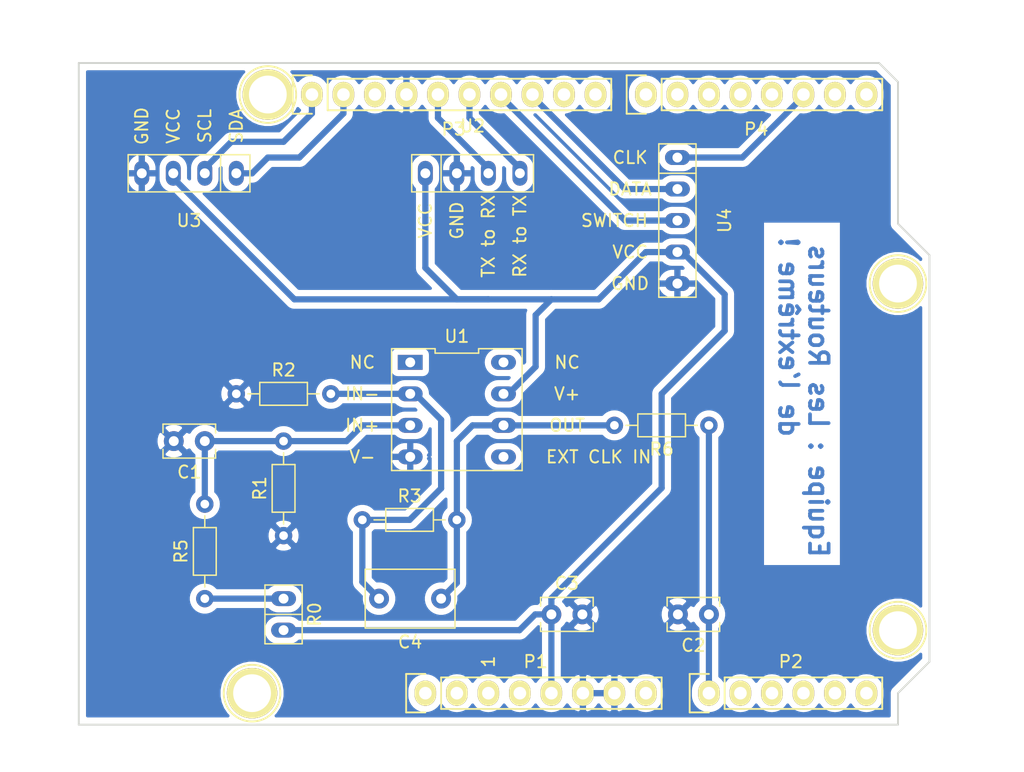
<source format=kicad_pcb>
(kicad_pcb (version 20171130) (host pcbnew "(5.1.2)-2")

  (general
    (thickness 1.6)
    (drawings 15)
    (tracks 74)
    (zones 0)
    (modules 22)
    (nets 42)
  )

  (page A4)
  (title_block
    (title "PCB Shield Uno Projet ")
    (date "lun. 30 mars 2015")
    (rev 1.2)
    (company "INSA - Toulouse")
    (comment 2 "Bourdon - Boulard - Tarrade")
    (comment 3 "Opérateurs CAO:")
    (comment 4 "Les Routeurs de l'extrême ")
  )

  (layers
    (0 F.Cu signal hide)
    (31 B.Cu signal)
    (33 F.Adhes user)
    (35 F.Paste user)
    (37 F.SilkS user)
    (39 F.Mask user)
    (40 Dwgs.User user)
    (41 Cmts.User user)
    (42 Eco1.User user)
    (43 Eco2.User user)
    (44 Edge.Cuts user)
    (45 Margin user)
    (46 B.CrtYd user)
    (47 F.CrtYd user)
    (49 F.Fab user)
  )

  (setup
    (last_trace_width 0.5)
    (trace_clearance 0.5)
    (zone_clearance 0.508)
    (zone_45_only no)
    (trace_min 0.2)
    (via_size 0.6)
    (via_drill 0.4)
    (via_min_size 0.4)
    (via_min_drill 0.3)
    (uvia_size 0.3)
    (uvia_drill 0.1)
    (uvias_allowed no)
    (uvia_min_size 0.2)
    (uvia_min_drill 0.1)
    (edge_width 0.15)
    (segment_width 0.15)
    (pcb_text_width 0.3)
    (pcb_text_size 1.5 1.5)
    (mod_edge_width 0.15)
    (mod_text_size 1 1)
    (mod_text_width 0.15)
    (pad_size 4.064 4.064)
    (pad_drill 3.048)
    (pad_to_mask_clearance 0)
    (aux_axis_origin 110.998 73.025)
    (grid_origin 110.998 73.025)
    (visible_elements 7FFFFFFF)
    (pcbplotparams
      (layerselection 0x00000_fffffffe)
      (usegerberextensions false)
      (usegerberattributes false)
      (usegerberadvancedattributes false)
      (creategerberjobfile false)
      (excludeedgelayer true)
      (linewidth 0.100000)
      (plotframeref true)
      (viasonmask false)
      (mode 1)
      (useauxorigin false)
      (hpglpennumber 1)
      (hpglpenspeed 20)
      (hpglpendiameter 15.000000)
      (psnegative false)
      (psa4output false)
      (plotreference true)
      (plotvalue true)
      (plotinvisibletext false)
      (padsonsilk false)
      (subtractmaskfromsilk false)
      (outputformat 4)
      (mirror false)
      (drillshape 2)
      (scaleselection 1)
      (outputdirectory "../Gerber/"))
  )

  (net 0 "")
  (net 1 /IOREF)
  (net 2 /Reset)
  (net 3 +5V)
  (net 4 GND)
  (net 5 /Vin)
  (net 6 "Net-(P5-Pad1)")
  (net 7 "Net-(P6-Pad1)")
  (net 8 "Net-(P7-Pad1)")
  (net 9 "Net-(P8-Pad1)")
  (net 10 "Net-(P1-Pad1)")
  (net 11 "Net-(P2-Pad5)")
  (net 12 "Net-(P2-Pad6)")
  (net 13 IN+)
  (net 14 ADC)
  (net 15 "Net-(C4-Pad1)")
  (net 16 IN-)
  (net 17 /3.5V)
  (net 18 "Net-(P2-Pad2)")
  (net 19 "Net-(P2-Pad3)")
  (net 20 "Net-(P2-Pad4)")
  (net 21 SCL)
  (net 22 SDA)
  (net 23 "Net-(P3-Pad3)")
  (net 24 RX)
  (net 25 TX)
  (net 26 SWITCH)
  (net 27 DATA)
  (net 28 "Net-(P3-Pad9)")
  (net 29 "Net-(P3-Pad10)")
  (net 30 "Net-(P4-Pad1)")
  (net 31 "Net-(P4-Pad2)")
  (net 32 "Net-(P4-Pad3)")
  (net 33 "Net-(P4-Pad4)")
  (net 34 "Net-(P4-Pad5)")
  (net 35 CLK)
  (net 36 "Net-(P4-Pad7)")
  (net 37 "Net-(P4-Pad8)")
  (net 38 "Net-(R0-Pad2)")
  (net 39 "Net-(U1-Pad8)")
  (net 40 "Net-(U1-Pad1)")
  (net 41 "Net-(U1-Pad5)")

  (net_class Default "This is the default net class."
    (clearance 0.5)
    (trace_width 0.5)
    (via_dia 0.6)
    (via_drill 0.4)
    (uvia_dia 0.3)
    (uvia_drill 0.1)
    (add_net +5V)
    (add_net /3.5V)
    (add_net /IOREF)
    (add_net /Reset)
    (add_net /Vin)
    (add_net ADC)
    (add_net CLK)
    (add_net DATA)
    (add_net GND)
    (add_net IN+)
    (add_net IN-)
    (add_net "Net-(C4-Pad1)")
    (add_net "Net-(P1-Pad1)")
    (add_net "Net-(P2-Pad2)")
    (add_net "Net-(P2-Pad3)")
    (add_net "Net-(P2-Pad4)")
    (add_net "Net-(P2-Pad5)")
    (add_net "Net-(P2-Pad6)")
    (add_net "Net-(P3-Pad10)")
    (add_net "Net-(P3-Pad3)")
    (add_net "Net-(P3-Pad9)")
    (add_net "Net-(P4-Pad1)")
    (add_net "Net-(P4-Pad2)")
    (add_net "Net-(P4-Pad3)")
    (add_net "Net-(P4-Pad4)")
    (add_net "Net-(P4-Pad5)")
    (add_net "Net-(P4-Pad7)")
    (add_net "Net-(P4-Pad8)")
    (add_net "Net-(P5-Pad1)")
    (add_net "Net-(P6-Pad1)")
    (add_net "Net-(P7-Pad1)")
    (add_net "Net-(P8-Pad1)")
    (add_net "Net-(R0-Pad2)")
    (add_net "Net-(U1-Pad1)")
    (add_net "Net-(U1-Pad5)")
    (add_net "Net-(U1-Pad8)")
    (add_net RX)
    (add_net SCL)
    (add_net SDA)
    (add_net SWITCH)
    (add_net TX)
  )

  (module "Empreintes Shield Uno:Rsensor" (layer F.Cu) (tedit 6041EC70) (tstamp 6042582E)
    (at 127.508 117.475 90)
    (path /60430C0F)
    (fp_text reference R0 (at 0 2.5 90) (layer F.SilkS)
      (effects (font (size 1 1) (thickness 0.15)))
    )
    (fp_text value Rsensor (at 0 -2.5 90) (layer F.Fab)
      (effects (font (size 1 1) (thickness 0.15)))
    )
    (fp_line (start -2.12 1.25) (end -2.12 -1.25) (layer F.CrtYd) (width 0.05))
    (fp_line (start 2.12 1.25) (end -2.12 1.25) (layer F.CrtYd) (width 0.05))
    (fp_line (start 2.12 -1.25) (end 2.12 1.25) (layer F.CrtYd) (width 0.05))
    (fp_line (start -2.12 -1.25) (end 2.12 -1.25) (layer F.CrtYd) (width 0.05))
    (fp_line (start 0 -1.5) (end 0 1.5) (layer F.SilkS) (width 0.12))
    (fp_line (start -2.37 1.5) (end -2.37 -1.5) (layer F.SilkS) (width 0.12))
    (fp_line (start 2.37 1.5) (end -2.37 1.5) (layer F.SilkS) (width 0.12))
    (fp_line (start 2.37 -1.5) (end 2.37 1.5) (layer F.SilkS) (width 0.12))
    (fp_line (start -2.37 -1.5) (end 2.37 -1.5) (layer F.SilkS) (width 0.12))
    (pad 2 thru_hole oval (at 1.27 0 90) (size 1.2 2) (drill 0.8) (layers *.Cu *.Mask)
      (net 38 "Net-(R0-Pad2)"))
    (pad 1 thru_hole oval (at -1.27 0 90) (size 1.2 2) (drill 0.8) (layers *.Cu *.Mask)
      (net 3 +5V))
  )

  (module "Empreintes Shield Uno:ltc1050" (layer F.Cu) (tedit 604202B7) (tstamp 604258C1)
    (at 141.478 100.965 270)
    (path /604719F9)
    (fp_text reference U1 (at -5.91 0) (layer F.SilkS)
      (effects (font (size 1 1) (thickness 0.15)))
    )
    (fp_text value ltc1050 (at 0 0 90) (layer F.Fab)
      (effects (font (size 1 1) (thickness 0.15)))
    )
    (fp_text user "EXT CLK IN" (at 3.81 -11.43) (layer F.SilkS)
      (effects (font (size 1 1) (thickness 0.15)))
    )
    (fp_text user OUT (at 1.27 -8.89) (layer F.SilkS)
      (effects (font (size 1 1) (thickness 0.15)))
    )
    (fp_text user V+ (at -1.27 -8.89) (layer F.SilkS)
      (effects (font (size 1 1) (thickness 0.15)))
    )
    (fp_text user NC (at -3.81 -8.89) (layer F.SilkS)
      (effects (font (size 1 1) (thickness 0.15)))
    )
    (fp_text user V- (at 3.81 7.62) (layer F.SilkS)
      (effects (font (size 1 1) (thickness 0.15)))
    )
    (fp_text user IN+ (at 1.27 7.62) (layer F.SilkS)
      (effects (font (size 1 1) (thickness 0.15)))
    )
    (fp_text user IN- (at -1.27 7.62) (layer F.SilkS)
      (effects (font (size 1 1) (thickness 0.15)))
    )
    (fp_text user NC (at -3.81 7.62) (layer F.SilkS)
      (effects (font (size 1 1) (thickness 0.15)))
    )
    (fp_line (start -4.66 5.01) (end -4.66 -5.01) (layer F.CrtYd) (width 0.05))
    (fp_line (start 4.66 5.01) (end -4.66 5.01) (layer F.CrtYd) (width 0.05))
    (fp_line (start 4.66 -5.01) (end 4.66 5.01) (layer F.CrtYd) (width 0.05))
    (fp_line (start -4.66 -5.01) (end 4.66 -5.01) (layer F.CrtYd) (width 0.05))
    (fp_line (start -4.91 1.753333) (end -4.91 5.26) (layer F.SilkS) (width 0.12))
    (fp_line (start -4.55 1.753333) (end -4.91 1.753333) (layer F.SilkS) (width 0.12))
    (fp_line (start -4.55 -1.753333) (end -4.55 1.753333) (layer F.SilkS) (width 0.12))
    (fp_line (start -4.91 -1.753333) (end -4.55 -1.753333) (layer F.SilkS) (width 0.12))
    (fp_line (start -4.91 -5.26) (end -4.91 -1.753333) (layer F.SilkS) (width 0.12))
    (fp_line (start 4.91 -5.26) (end -4.91 -5.26) (layer F.SilkS) (width 0.12))
    (fp_line (start 4.91 5.26) (end 4.91 -5.26) (layer F.SilkS) (width 0.12))
    (fp_line (start -4.91 5.26) (end 4.91 5.26) (layer F.SilkS) (width 0.12))
    (pad 4 thru_hole oval (at 3.81 3.76 270) (size 1.2 2) (drill 0.8) (layers *.Cu *.Mask)
      (net 4 GND))
    (pad 5 thru_hole oval (at 3.81 -3.76 270) (size 1.2 2) (drill 0.8) (layers *.Cu *.Mask)
      (net 41 "Net-(U1-Pad5)"))
    (pad 3 thru_hole oval (at 1.27 3.76 270) (size 1.2 2) (drill 0.8) (layers *.Cu *.Mask)
      (net 13 IN+))
    (pad 6 thru_hole oval (at 1.27 -3.76 270) (size 1.2 2) (drill 0.8) (layers *.Cu *.Mask)
      (net 15 "Net-(C4-Pad1)"))
    (pad 2 thru_hole oval (at -1.27 3.76 270) (size 1.2 2) (drill 0.8) (layers *.Cu *.Mask)
      (net 16 IN-))
    (pad 7 thru_hole oval (at -1.27 -3.76 270) (size 1.2 2) (drill 0.8) (layers *.Cu *.Mask)
      (net 3 +5V))
    (pad 1 thru_hole rect (at -3.81 3.76 270) (size 1.2 2) (drill 0.8) (layers *.Cu *.Mask)
      (net 40 "Net-(U1-Pad1)"))
    (pad 8 thru_hole oval (at -3.81 -3.76 270) (size 1.2 2) (drill 0.8) (layers *.Cu *.Mask)
      (net 39 "Net-(U1-Pad8)"))
  )

  (module "Empreintes Shield Uno:RotoEncodeur" (layer F.Cu) (tedit 6041E80F) (tstamp 6055269F)
    (at 159.258 85.725 270)
    (path /6054B3B0)
    (fp_text reference U4 (at 0 -3.81 90) (layer F.SilkS)
      (effects (font (size 1 1) (thickness 0.15)))
    )
    (fp_text value EncodeurRotatoir (at 0 -2.5 90) (layer F.Fab)
      (effects (font (size 1 1) (thickness 0.15)))
    )
    (fp_line (start -6.18 -1.5) (end 6.18 -1.5) (layer F.SilkS) (width 0.12))
    (fp_line (start 6.18 -1.5) (end 6.18 1.5) (layer F.SilkS) (width 0.12))
    (fp_line (start 6.18 1.5) (end -6.18 1.5) (layer F.SilkS) (width 0.12))
    (fp_line (start -6.18 1.5) (end -6.18 -1.5) (layer F.SilkS) (width 0.12))
    (fp_line (start -3.81 -1.5) (end -3.81 1.5) (layer F.SilkS) (width 0.12))
    (fp_line (start -5.93 -1.25) (end 5.93 -1.25) (layer F.CrtYd) (width 0.05))
    (fp_line (start 5.93 -1.25) (end 5.93 1.25) (layer F.CrtYd) (width 0.05))
    (fp_line (start 5.93 1.25) (end -5.93 1.25) (layer F.CrtYd) (width 0.05))
    (fp_line (start -5.93 1.25) (end -5.93 -1.25) (layer F.CrtYd) (width 0.05))
    (fp_text user CLK (at -5.08 3.81) (layer F.SilkS)
      (effects (font (size 1 1) (thickness 0.15)))
    )
    (fp_text user DATA (at -2.54 3.81) (layer F.SilkS)
      (effects (font (size 1 1) (thickness 0.15)))
    )
    (fp_text user SWITCH (at 0 5.08) (layer F.SilkS)
      (effects (font (size 1 1) (thickness 0.15)))
    )
    (fp_text user VCC (at 2.54 3.81) (layer F.SilkS)
      (effects (font (size 1 1) (thickness 0.15)))
    )
    (fp_text user GND (at 5.08 3.81) (layer F.SilkS)
      (effects (font (size 1 1) (thickness 0.15)))
    )
    (pad 1 thru_hole oval (at -5.08 0 270) (size 1.2 2) (drill 0.8) (layers *.Cu *.Mask)
      (net 35 CLK))
    (pad 2 thru_hole oval (at -2.54 0 270) (size 1.2 2) (drill 0.8) (layers *.Cu *.Mask)
      (net 27 DATA))
    (pad 3 thru_hole oval (at 0 0 270) (size 1.2 2) (drill 0.8) (layers *.Cu *.Mask)
      (net 26 SWITCH))
    (pad 4 thru_hole oval (at 2.54 0 270) (size 1.2 2) (drill 0.8) (layers *.Cu *.Mask)
      (net 3 +5V))
    (pad 5 thru_hole oval (at 5.08 0 270) (size 1.2 2) (drill 0.8) (layers *.Cu *.Mask)
      (net 4 GND))
  )

  (module "Empreintes Shield Uno:OLED" (layer F.Cu) (tedit 6041F2DB) (tstamp 60552688)
    (at 119.888 81.915 180)
    (path /6054ABD9)
    (fp_text reference U3 (at 0 -3.81) (layer F.SilkS)
      (effects (font (size 1 1) (thickness 0.15)))
    )
    (fp_text value OLED0.91 (at 0 -2.5) (layer F.Fab)
      (effects (font (size 1 1) (thickness 0.15)))
    )
    (fp_text user GND (at 3.81 3.81 90) (layer F.SilkS)
      (effects (font (size 1 1) (thickness 0.15)))
    )
    (fp_text user VCC (at 1.27 3.81 90) (layer F.SilkS)
      (effects (font (size 1 1) (thickness 0.15)))
    )
    (fp_text user SCL (at -1.27 3.81 90) (layer F.SilkS)
      (effects (font (size 1 1) (thickness 0.15)))
    )
    (fp_text user SDA (at -3.81 3.81 90) (layer F.SilkS)
      (effects (font (size 1 1) (thickness 0.15)))
    )
    (fp_line (start -4.66 1.25) (end -4.66 -1.25) (layer F.CrtYd) (width 0.05))
    (fp_line (start 4.66 1.25) (end -4.66 1.25) (layer F.CrtYd) (width 0.05))
    (fp_line (start 4.66 -1.25) (end 4.66 1.25) (layer F.CrtYd) (width 0.05))
    (fp_line (start -4.66 -1.25) (end 4.66 -1.25) (layer F.CrtYd) (width 0.05))
    (fp_line (start -2.54 -1.5) (end -2.54 1.5) (layer F.SilkS) (width 0.12))
    (fp_line (start -4.91 1.5) (end -4.91 -1.5) (layer F.SilkS) (width 0.12))
    (fp_line (start 4.91 1.5) (end -4.91 1.5) (layer F.SilkS) (width 0.12))
    (fp_line (start 4.91 -1.5) (end 4.91 1.5) (layer F.SilkS) (width 0.12))
    (fp_line (start -4.91 -1.5) (end 4.91 -1.5) (layer F.SilkS) (width 0.12))
    (pad 4 thru_hole oval (at 3.81 0 180) (size 1.2 2) (drill 0.8) (layers *.Cu *.Mask)
      (net 4 GND))
    (pad 3 thru_hole oval (at 1.27 0 180) (size 1.2 2) (drill 0.8) (layers *.Cu *.Mask)
      (net 3 +5V))
    (pad 2 thru_hole oval (at -1.27 0 180) (size 1.2 2) (drill 0.8) (layers *.Cu *.Mask)
      (net 21 SCL))
    (pad 1 thru_hole oval (at -3.81 0 180) (size 1.2 2) (drill 0.8) (layers *.Cu *.Mask)
      (net 22 SDA))
  )

  (module "Empreintes Shield Uno:HC05" (layer F.Cu) (tedit 6041E7F0) (tstamp 60552673)
    (at 142.748 81.915)
    (path /6054BCEB)
    (fp_text reference U2 (at 0 -3.81) (layer F.SilkS)
      (effects (font (size 1 1) (thickness 0.15)))
    )
    (fp_text value HC05 (at 0 -2.5) (layer F.Fab)
      (effects (font (size 1 1) (thickness 0.15)))
    )
    (fp_line (start -4.66 1.25) (end -4.66 -1.25) (layer F.CrtYd) (width 0.05))
    (fp_line (start 4.66 1.25) (end -4.66 1.25) (layer F.CrtYd) (width 0.05))
    (fp_line (start 4.66 -1.25) (end 4.66 1.25) (layer F.CrtYd) (width 0.05))
    (fp_line (start -4.66 -1.25) (end 4.66 -1.25) (layer F.CrtYd) (width 0.05))
    (fp_line (start -2.54 -1.5) (end -2.54 1.5) (layer F.SilkS) (width 0.12))
    (fp_line (start -4.91 1.5) (end -4.91 -1.5) (layer F.SilkS) (width 0.12))
    (fp_line (start 4.91 1.5) (end -4.91 1.5) (layer F.SilkS) (width 0.12))
    (fp_line (start 4.91 -1.5) (end 4.91 1.5) (layer F.SilkS) (width 0.12))
    (fp_line (start -4.91 -1.5) (end 4.91 -1.5) (layer F.SilkS) (width 0.12))
    (fp_text user VCC (at -3.81 3.81 90) (layer F.SilkS)
      (effects (font (size 1 1) (thickness 0.15)))
    )
    (fp_text user GND (at -1.27 3.81 90) (layer F.SilkS)
      (effects (font (size 1 1) (thickness 0.15)))
    )
    (fp_text user "TX to RX" (at 1.27 5.08 90) (layer F.SilkS)
      (effects (font (size 1 1) (thickness 0.15)))
    )
    (fp_text user "RX to TX" (at 3.81 5.08 90) (layer F.SilkS)
      (effects (font (size 1 1) (thickness 0.15)))
    )
    (pad 4 thru_hole oval (at 3.81 0) (size 1.2 2) (drill 0.8) (layers *.Cu *.Mask)
      (net 25 TX))
    (pad 3 thru_hole oval (at 1.27 0) (size 1.2 2) (drill 0.8) (layers *.Cu *.Mask)
      (net 24 RX))
    (pad 2 thru_hole oval (at -1.27 0) (size 1.2 2) (drill 0.8) (layers *.Cu *.Mask)
      (net 4 GND))
    (pad 1 thru_hole oval (at -3.81 0) (size 1.2 2) (drill 0.8) (layers *.Cu *.Mask)
      (net 3 +5V))
  )

  (module Socket_Arduino_Uno:Socket_Strip_Arduino_1x08 locked (layer F.Cu) (tedit 552168D2) (tstamp 551AF9EA)
    (at 138.938 123.825)
    (descr "Through hole socket strip")
    (tags "socket strip")
    (path /56D70129)
    (fp_text reference P1 (at 8.89 -2.54) (layer F.SilkS)
      (effects (font (size 1 1) (thickness 0.15)))
    )
    (fp_text value Power (at 8.89 -4.064) (layer F.Fab)
      (effects (font (size 1 1) (thickness 0.15)))
    )
    (fp_line (start -1.75 -1.75) (end -1.75 1.75) (layer F.CrtYd) (width 0.05))
    (fp_line (start 19.55 -1.75) (end 19.55 1.75) (layer F.CrtYd) (width 0.05))
    (fp_line (start -1.75 -1.75) (end 19.55 -1.75) (layer F.CrtYd) (width 0.05))
    (fp_line (start -1.75 1.75) (end 19.55 1.75) (layer F.CrtYd) (width 0.05))
    (fp_line (start 1.27 1.27) (end 19.05 1.27) (layer F.SilkS) (width 0.15))
    (fp_line (start 19.05 1.27) (end 19.05 -1.27) (layer F.SilkS) (width 0.15))
    (fp_line (start 19.05 -1.27) (end 1.27 -1.27) (layer F.SilkS) (width 0.15))
    (fp_line (start -1.55 1.55) (end 0 1.55) (layer F.SilkS) (width 0.15))
    (fp_line (start 1.27 1.27) (end 1.27 -1.27) (layer F.SilkS) (width 0.15))
    (fp_line (start 0 -1.55) (end -1.55 -1.55) (layer F.SilkS) (width 0.15))
    (fp_line (start -1.55 -1.55) (end -1.55 1.55) (layer F.SilkS) (width 0.15))
    (pad 1 thru_hole oval (at 0 0) (size 1.7272 2.032) (drill 1.016) (layers *.Cu *.Mask F.SilkS)
      (net 10 "Net-(P1-Pad1)"))
    (pad 2 thru_hole oval (at 2.54 0) (size 1.7272 2.032) (drill 1.016) (layers *.Cu *.Mask F.SilkS)
      (net 1 /IOREF))
    (pad 3 thru_hole oval (at 5.08 0) (size 1.7272 2.032) (drill 1.016) (layers *.Cu *.Mask F.SilkS)
      (net 2 /Reset))
    (pad 4 thru_hole oval (at 7.62 0) (size 1.7272 2.032) (drill 1.016) (layers *.Cu *.Mask F.SilkS)
      (net 17 /3.5V))
    (pad 5 thru_hole oval (at 10.16 0) (size 1.7272 2.032) (drill 1.016) (layers *.Cu *.Mask F.SilkS)
      (net 3 +5V))
    (pad 6 thru_hole oval (at 12.7 0) (size 1.7272 2.032) (drill 1.016) (layers *.Cu *.Mask F.SilkS)
      (net 4 GND))
    (pad 7 thru_hole oval (at 15.24 0) (size 1.7272 2.032) (drill 1.016) (layers *.Cu *.Mask F.SilkS)
      (net 4 GND))
    (pad 8 thru_hole oval (at 17.78 0) (size 1.7272 2.032) (drill 1.016) (layers *.Cu *.Mask F.SilkS)
      (net 5 /Vin))
    (model ${KIPRJMOD}/Socket_Arduino_Uno.3dshapes/Socket_header_Arduino_1x08.wrl
      (offset (xyz 8.889999866485596 0 0))
      (scale (xyz 1 1 1))
      (rotate (xyz 0 0 180))
    )
  )

  (module Socket_Arduino_Uno:Socket_Strip_Arduino_1x06 locked (layer F.Cu) (tedit 552168D6) (tstamp 551AF9FF)
    (at 161.798 123.825)
    (descr "Through hole socket strip")
    (tags "socket strip")
    (path /56D70DD8)
    (fp_text reference P2 (at 6.604 -2.54) (layer F.SilkS)
      (effects (font (size 1 1) (thickness 0.15)))
    )
    (fp_text value Analog (at 6.604 -4.064) (layer F.Fab)
      (effects (font (size 1 1) (thickness 0.15)))
    )
    (fp_line (start -1.75 -1.75) (end -1.75 1.75) (layer F.CrtYd) (width 0.05))
    (fp_line (start 14.45 -1.75) (end 14.45 1.75) (layer F.CrtYd) (width 0.05))
    (fp_line (start -1.75 -1.75) (end 14.45 -1.75) (layer F.CrtYd) (width 0.05))
    (fp_line (start -1.75 1.75) (end 14.45 1.75) (layer F.CrtYd) (width 0.05))
    (fp_line (start 1.27 1.27) (end 13.97 1.27) (layer F.SilkS) (width 0.15))
    (fp_line (start 13.97 1.27) (end 13.97 -1.27) (layer F.SilkS) (width 0.15))
    (fp_line (start 13.97 -1.27) (end 1.27 -1.27) (layer F.SilkS) (width 0.15))
    (fp_line (start -1.55 1.55) (end 0 1.55) (layer F.SilkS) (width 0.15))
    (fp_line (start 1.27 1.27) (end 1.27 -1.27) (layer F.SilkS) (width 0.15))
    (fp_line (start 0 -1.55) (end -1.55 -1.55) (layer F.SilkS) (width 0.15))
    (fp_line (start -1.55 -1.55) (end -1.55 1.55) (layer F.SilkS) (width 0.15))
    (pad 1 thru_hole oval (at 0 0) (size 1.7272 2.032) (drill 1.016) (layers *.Cu *.Mask F.SilkS)
      (net 14 ADC))
    (pad 2 thru_hole oval (at 2.54 0) (size 1.7272 2.032) (drill 1.016) (layers *.Cu *.Mask F.SilkS)
      (net 18 "Net-(P2-Pad2)"))
    (pad 3 thru_hole oval (at 5.08 0) (size 1.7272 2.032) (drill 1.016) (layers *.Cu *.Mask F.SilkS)
      (net 19 "Net-(P2-Pad3)"))
    (pad 4 thru_hole oval (at 7.62 0) (size 1.7272 2.032) (drill 1.016) (layers *.Cu *.Mask F.SilkS)
      (net 20 "Net-(P2-Pad4)"))
    (pad 5 thru_hole oval (at 10.16 0) (size 1.7272 2.032) (drill 1.016) (layers *.Cu *.Mask F.SilkS)
      (net 11 "Net-(P2-Pad5)"))
    (pad 6 thru_hole oval (at 12.7 0) (size 1.7272 2.032) (drill 1.016) (layers *.Cu *.Mask F.SilkS)
      (net 12 "Net-(P2-Pad6)"))
    (model ${KIPRJMOD}/Socket_Arduino_Uno.3dshapes/Socket_header_Arduino_1x06.wrl
      (offset (xyz 6.349999904632568 0 0))
      (scale (xyz 1 1 1))
      (rotate (xyz 0 0 180))
    )
  )

  (module Socket_Arduino_Uno:Socket_Strip_Arduino_1x10 locked (layer F.Cu) (tedit 552168BF) (tstamp 551AFA18)
    (at 129.794 75.565)
    (descr "Through hole socket strip")
    (tags "socket strip")
    (path /56D721E0)
    (fp_text reference P3 (at 11.43 2.794) (layer F.SilkS)
      (effects (font (size 1 1) (thickness 0.15)))
    )
    (fp_text value Digital (at 11.43 4.318) (layer F.Fab)
      (effects (font (size 1 1) (thickness 0.15)))
    )
    (fp_line (start -1.75 -1.75) (end -1.75 1.75) (layer F.CrtYd) (width 0.05))
    (fp_line (start 24.65 -1.75) (end 24.65 1.75) (layer F.CrtYd) (width 0.05))
    (fp_line (start -1.75 -1.75) (end 24.65 -1.75) (layer F.CrtYd) (width 0.05))
    (fp_line (start -1.75 1.75) (end 24.65 1.75) (layer F.CrtYd) (width 0.05))
    (fp_line (start 1.27 1.27) (end 24.13 1.27) (layer F.SilkS) (width 0.15))
    (fp_line (start 24.13 1.27) (end 24.13 -1.27) (layer F.SilkS) (width 0.15))
    (fp_line (start 24.13 -1.27) (end 1.27 -1.27) (layer F.SilkS) (width 0.15))
    (fp_line (start -1.55 1.55) (end 0 1.55) (layer F.SilkS) (width 0.15))
    (fp_line (start 1.27 1.27) (end 1.27 -1.27) (layer F.SilkS) (width 0.15))
    (fp_line (start 0 -1.55) (end -1.55 -1.55) (layer F.SilkS) (width 0.15))
    (fp_line (start -1.55 -1.55) (end -1.55 1.55) (layer F.SilkS) (width 0.15))
    (pad 1 thru_hole oval (at 0 0) (size 1.7272 2.032) (drill 1.016) (layers *.Cu *.Mask F.SilkS)
      (net 21 SCL))
    (pad 2 thru_hole oval (at 2.54 0) (size 1.7272 2.032) (drill 1.016) (layers *.Cu *.Mask F.SilkS)
      (net 22 SDA))
    (pad 3 thru_hole oval (at 5.08 0) (size 1.7272 2.032) (drill 1.016) (layers *.Cu *.Mask F.SilkS)
      (net 23 "Net-(P3-Pad3)"))
    (pad 4 thru_hole oval (at 7.62 0) (size 1.7272 2.032) (drill 1.016) (layers *.Cu *.Mask F.SilkS)
      (net 4 GND))
    (pad 5 thru_hole oval (at 10.16 0) (size 1.7272 2.032) (drill 1.016) (layers *.Cu *.Mask F.SilkS)
      (net 24 RX))
    (pad 6 thru_hole oval (at 12.7 0) (size 1.7272 2.032) (drill 1.016) (layers *.Cu *.Mask F.SilkS)
      (net 25 TX))
    (pad 7 thru_hole oval (at 15.24 0) (size 1.7272 2.032) (drill 1.016) (layers *.Cu *.Mask F.SilkS)
      (net 26 SWITCH))
    (pad 8 thru_hole oval (at 17.78 0) (size 1.7272 2.032) (drill 1.016) (layers *.Cu *.Mask F.SilkS)
      (net 27 DATA))
    (pad 9 thru_hole oval (at 20.32 0) (size 1.7272 2.032) (drill 1.016) (layers *.Cu *.Mask F.SilkS)
      (net 28 "Net-(P3-Pad9)"))
    (pad 10 thru_hole oval (at 22.86 0) (size 1.7272 2.032) (drill 1.016) (layers *.Cu *.Mask F.SilkS)
      (net 29 "Net-(P3-Pad10)"))
    (model ${KIPRJMOD}/Socket_Arduino_Uno.3dshapes/Socket_header_Arduino_1x10.wrl
      (offset (xyz 11.42999982833862 0 0))
      (scale (xyz 1 1 1))
      (rotate (xyz 0 0 180))
    )
  )

  (module Socket_Arduino_Uno:Socket_Strip_Arduino_1x08 locked (layer F.Cu) (tedit 552168C7) (tstamp 551AFA2F)
    (at 156.718 75.565)
    (descr "Through hole socket strip")
    (tags "socket strip")
    (path /56D7164F)
    (fp_text reference P4 (at 8.89 2.794) (layer F.SilkS)
      (effects (font (size 1 1) (thickness 0.15)))
    )
    (fp_text value Digital (at 8.89 4.318) (layer F.Fab)
      (effects (font (size 1 1) (thickness 0.15)))
    )
    (fp_line (start -1.75 -1.75) (end -1.75 1.75) (layer F.CrtYd) (width 0.05))
    (fp_line (start 19.55 -1.75) (end 19.55 1.75) (layer F.CrtYd) (width 0.05))
    (fp_line (start -1.75 -1.75) (end 19.55 -1.75) (layer F.CrtYd) (width 0.05))
    (fp_line (start -1.75 1.75) (end 19.55 1.75) (layer F.CrtYd) (width 0.05))
    (fp_line (start 1.27 1.27) (end 19.05 1.27) (layer F.SilkS) (width 0.15))
    (fp_line (start 19.05 1.27) (end 19.05 -1.27) (layer F.SilkS) (width 0.15))
    (fp_line (start 19.05 -1.27) (end 1.27 -1.27) (layer F.SilkS) (width 0.15))
    (fp_line (start -1.55 1.55) (end 0 1.55) (layer F.SilkS) (width 0.15))
    (fp_line (start 1.27 1.27) (end 1.27 -1.27) (layer F.SilkS) (width 0.15))
    (fp_line (start 0 -1.55) (end -1.55 -1.55) (layer F.SilkS) (width 0.15))
    (fp_line (start -1.55 -1.55) (end -1.55 1.55) (layer F.SilkS) (width 0.15))
    (pad 1 thru_hole oval (at 0 0) (size 1.7272 2.032) (drill 1.016) (layers *.Cu *.Mask F.SilkS)
      (net 30 "Net-(P4-Pad1)"))
    (pad 2 thru_hole oval (at 2.54 0) (size 1.7272 2.032) (drill 1.016) (layers *.Cu *.Mask F.SilkS)
      (net 31 "Net-(P4-Pad2)"))
    (pad 3 thru_hole oval (at 5.08 0) (size 1.7272 2.032) (drill 1.016) (layers *.Cu *.Mask F.SilkS)
      (net 32 "Net-(P4-Pad3)"))
    (pad 4 thru_hole oval (at 7.62 0) (size 1.7272 2.032) (drill 1.016) (layers *.Cu *.Mask F.SilkS)
      (net 33 "Net-(P4-Pad4)"))
    (pad 5 thru_hole oval (at 10.16 0) (size 1.7272 2.032) (drill 1.016) (layers *.Cu *.Mask F.SilkS)
      (net 34 "Net-(P4-Pad5)"))
    (pad 6 thru_hole oval (at 12.7 0) (size 1.7272 2.032) (drill 1.016) (layers *.Cu *.Mask F.SilkS)
      (net 35 CLK))
    (pad 7 thru_hole oval (at 15.24 0) (size 1.7272 2.032) (drill 1.016) (layers *.Cu *.Mask F.SilkS)
      (net 36 "Net-(P4-Pad7)"))
    (pad 8 thru_hole oval (at 17.78 0) (size 1.7272 2.032) (drill 1.016) (layers *.Cu *.Mask F.SilkS)
      (net 37 "Net-(P4-Pad8)"))
    (model ${KIPRJMOD}/Socket_Arduino_Uno.3dshapes/Socket_header_Arduino_1x08.wrl
      (offset (xyz 8.889999866485596 0 0))
      (scale (xyz 1 1 1))
      (rotate (xyz 0 0 180))
    )
  )

  (module Socket_Arduino_Uno:Arduino_1pin locked (layer F.Cu) (tedit 5524FC39) (tstamp 5524FC3F)
    (at 124.968 123.825)
    (descr "module 1 pin (ou trou mecanique de percage)")
    (tags DEV)
    (path /56D71177)
    (fp_text reference P5 (at 0 -3.048) (layer F.SilkS) hide
      (effects (font (size 1 1) (thickness 0.15)))
    )
    (fp_text value CONN_01X01 (at 0 2.794) (layer F.Fab) hide
      (effects (font (size 1 1) (thickness 0.15)))
    )
    (fp_circle (center 0 0) (end 0 -2.286) (layer F.SilkS) (width 0.15))
    (pad 1 thru_hole circle (at 0 0) (size 4.064 4.064) (drill 3.048) (layers *.Cu *.Mask F.SilkS)
      (net 6 "Net-(P5-Pad1)"))
  )

  (module Socket_Arduino_Uno:Arduino_1pin locked (layer F.Cu) (tedit 5524FC4A) (tstamp 5524FC44)
    (at 177.038 118.745)
    (descr "module 1 pin (ou trou mecanique de percage)")
    (tags DEV)
    (path /56D71274)
    (fp_text reference P6 (at 0 -3.048) (layer F.SilkS) hide
      (effects (font (size 1 1) (thickness 0.15)))
    )
    (fp_text value CONN_01X01 (at 0 2.794) (layer F.Fab) hide
      (effects (font (size 1 1) (thickness 0.15)))
    )
    (fp_circle (center 0 0) (end 0 -2.286) (layer F.SilkS) (width 0.15))
    (pad 1 thru_hole circle (at 0 0) (size 4.064 4.064) (drill 3.048) (layers *.Cu *.Mask F.SilkS)
      (net 7 "Net-(P6-Pad1)"))
  )

  (module Socket_Arduino_Uno:Arduino_1pin locked (layer F.Cu) (tedit 5524FC2F) (tstamp 5524FC49)
    (at 126.238 75.565)
    (descr "module 1 pin (ou trou mecanique de percage)")
    (tags DEV)
    (path /56D712A8)
    (fp_text reference P7 (at 0 -3.048) (layer F.SilkS) hide
      (effects (font (size 1 1) (thickness 0.15)))
    )
    (fp_text value CONN_01X01 (at 0 2.794) (layer F.Fab) hide
      (effects (font (size 1 1) (thickness 0.15)))
    )
    (fp_circle (center 0 0) (end 0 -2.286) (layer F.SilkS) (width 0.15))
    (pad 1 thru_hole circle (at 0 0) (size 4.064 4.064) (drill 3.048) (layers *.Cu *.Mask F.SilkS)
      (net 8 "Net-(P7-Pad1)"))
  )

  (module Socket_Arduino_Uno:Arduino_1pin locked (layer F.Cu) (tedit 5524FC41) (tstamp 5524FC4E)
    (at 177.038 90.805)
    (descr "module 1 pin (ou trou mecanique de percage)")
    (tags DEV)
    (path /56D712DB)
    (fp_text reference P8 (at 0 -3.048) (layer F.SilkS) hide
      (effects (font (size 1 1) (thickness 0.15)))
    )
    (fp_text value CONN_01X01 (at 0 2.794) (layer F.Fab) hide
      (effects (font (size 1 1) (thickness 0.15)))
    )
    (fp_circle (center 0 0) (end 0 -2.286) (layer F.SilkS) (width 0.15))
    (pad 1 thru_hole circle (at 0 0) (size 4.064 4.064) (drill 3.048) (layers *.Cu *.Mask F.SilkS)
      (net 9 "Net-(P8-Pad1)"))
  )

  (module Resistor_THT:R_Axial_DIN0204_L3.6mm_D1.6mm_P7.62mm_Horizontal (layer F.Cu) (tedit 5AE5139B) (tstamp 60425845)
    (at 127.508 111.125 90)
    (descr "Resistor, Axial_DIN0204 series, Axial, Horizontal, pin pitch=7.62mm, 0.167W, length*diameter=3.6*1.6mm^2, http://cdn-reichelt.de/documents/datenblatt/B400/1_4W%23YAG.pdf")
    (tags "Resistor Axial_DIN0204 series Axial Horizontal pin pitch 7.62mm 0.167W length 3.6mm diameter 1.6mm")
    (path /6043239F)
    (fp_text reference R1 (at 3.81 -1.92 90) (layer F.SilkS)
      (effects (font (size 1 1) (thickness 0.15)))
    )
    (fp_text value 100k (at 3.81 1.92 90) (layer F.Fab)
      (effects (font (size 1 1) (thickness 0.15)))
    )
    (fp_text user %R (at 3.81 0 90) (layer F.Fab)
      (effects (font (size 0.72 0.72) (thickness 0.108)))
    )
    (fp_line (start 8.57 -1.05) (end -0.95 -1.05) (layer F.CrtYd) (width 0.05))
    (fp_line (start 8.57 1.05) (end 8.57 -1.05) (layer F.CrtYd) (width 0.05))
    (fp_line (start -0.95 1.05) (end 8.57 1.05) (layer F.CrtYd) (width 0.05))
    (fp_line (start -0.95 -1.05) (end -0.95 1.05) (layer F.CrtYd) (width 0.05))
    (fp_line (start 6.68 0) (end 5.73 0) (layer F.SilkS) (width 0.12))
    (fp_line (start 0.94 0) (end 1.89 0) (layer F.SilkS) (width 0.12))
    (fp_line (start 5.73 -0.92) (end 1.89 -0.92) (layer F.SilkS) (width 0.12))
    (fp_line (start 5.73 0.92) (end 5.73 -0.92) (layer F.SilkS) (width 0.12))
    (fp_line (start 1.89 0.92) (end 5.73 0.92) (layer F.SilkS) (width 0.12))
    (fp_line (start 1.89 -0.92) (end 1.89 0.92) (layer F.SilkS) (width 0.12))
    (fp_line (start 7.62 0) (end 5.61 0) (layer F.Fab) (width 0.1))
    (fp_line (start 0 0) (end 2.01 0) (layer F.Fab) (width 0.1))
    (fp_line (start 5.61 -0.8) (end 2.01 -0.8) (layer F.Fab) (width 0.1))
    (fp_line (start 5.61 0.8) (end 5.61 -0.8) (layer F.Fab) (width 0.1))
    (fp_line (start 2.01 0.8) (end 5.61 0.8) (layer F.Fab) (width 0.1))
    (fp_line (start 2.01 -0.8) (end 2.01 0.8) (layer F.Fab) (width 0.1))
    (pad 2 thru_hole oval (at 7.62 0 90) (size 1.4 1.4) (drill 0.7) (layers *.Cu *.Mask)
      (net 13 IN+))
    (pad 1 thru_hole circle (at 0 0 90) (size 1.4 1.4) (drill 0.7) (layers *.Cu *.Mask)
      (net 4 GND))
    (model ${KISYS3DMOD}/Resistor_THT.3dshapes/R_Axial_DIN0204_L3.6mm_D1.6mm_P7.62mm_Horizontal.wrl
      (at (xyz 0 0 0))
      (scale (xyz 1 1 1))
      (rotate (xyz 0 0 0))
    )
  )

  (module Resistor_THT:R_Axial_DIN0204_L3.6mm_D1.6mm_P7.62mm_Horizontal (layer F.Cu) (tedit 5AE5139B) (tstamp 6042585C)
    (at 123.698 99.695)
    (descr "Resistor, Axial_DIN0204 series, Axial, Horizontal, pin pitch=7.62mm, 0.167W, length*diameter=3.6*1.6mm^2, http://cdn-reichelt.de/documents/datenblatt/B400/1_4W%23YAG.pdf")
    (tags "Resistor Axial_DIN0204 series Axial Horizontal pin pitch 7.62mm 0.167W length 3.6mm diameter 1.6mm")
    (path /60434CF5)
    (fp_text reference R2 (at 3.81 -1.92) (layer F.SilkS)
      (effects (font (size 1 1) (thickness 0.15)))
    )
    (fp_text value 1k (at 3.81 1.92) (layer F.Fab)
      (effects (font (size 1 1) (thickness 0.15)))
    )
    (fp_line (start 2.01 -0.8) (end 2.01 0.8) (layer F.Fab) (width 0.1))
    (fp_line (start 2.01 0.8) (end 5.61 0.8) (layer F.Fab) (width 0.1))
    (fp_line (start 5.61 0.8) (end 5.61 -0.8) (layer F.Fab) (width 0.1))
    (fp_line (start 5.61 -0.8) (end 2.01 -0.8) (layer F.Fab) (width 0.1))
    (fp_line (start 0 0) (end 2.01 0) (layer F.Fab) (width 0.1))
    (fp_line (start 7.62 0) (end 5.61 0) (layer F.Fab) (width 0.1))
    (fp_line (start 1.89 -0.92) (end 1.89 0.92) (layer F.SilkS) (width 0.12))
    (fp_line (start 1.89 0.92) (end 5.73 0.92) (layer F.SilkS) (width 0.12))
    (fp_line (start 5.73 0.92) (end 5.73 -0.92) (layer F.SilkS) (width 0.12))
    (fp_line (start 5.73 -0.92) (end 1.89 -0.92) (layer F.SilkS) (width 0.12))
    (fp_line (start 0.94 0) (end 1.89 0) (layer F.SilkS) (width 0.12))
    (fp_line (start 6.68 0) (end 5.73 0) (layer F.SilkS) (width 0.12))
    (fp_line (start -0.95 -1.05) (end -0.95 1.05) (layer F.CrtYd) (width 0.05))
    (fp_line (start -0.95 1.05) (end 8.57 1.05) (layer F.CrtYd) (width 0.05))
    (fp_line (start 8.57 1.05) (end 8.57 -1.05) (layer F.CrtYd) (width 0.05))
    (fp_line (start 8.57 -1.05) (end -0.95 -1.05) (layer F.CrtYd) (width 0.05))
    (fp_text user %R (at 3.81 0) (layer F.Fab)
      (effects (font (size 0.72 0.72) (thickness 0.108)))
    )
    (pad 1 thru_hole circle (at 0 0) (size 1.4 1.4) (drill 0.7) (layers *.Cu *.Mask)
      (net 4 GND))
    (pad 2 thru_hole oval (at 7.62 0) (size 1.4 1.4) (drill 0.7) (layers *.Cu *.Mask)
      (net 16 IN-))
    (model ${KISYS3DMOD}/Resistor_THT.3dshapes/R_Axial_DIN0204_L3.6mm_D1.6mm_P7.62mm_Horizontal.wrl
      (at (xyz 0 0 0))
      (scale (xyz 1 1 1))
      (rotate (xyz 0 0 0))
    )
  )

  (module Resistor_THT:R_Axial_DIN0204_L3.6mm_D1.6mm_P7.62mm_Horizontal (layer F.Cu) (tedit 5AE5139B) (tstamp 60425873)
    (at 133.858 109.855)
    (descr "Resistor, Axial_DIN0204 series, Axial, Horizontal, pin pitch=7.62mm, 0.167W, length*diameter=3.6*1.6mm^2, http://cdn-reichelt.de/documents/datenblatt/B400/1_4W%23YAG.pdf")
    (tags "Resistor Axial_DIN0204 series Axial Horizontal pin pitch 7.62mm 0.167W length 3.6mm diameter 1.6mm")
    (path /60433105)
    (fp_text reference R3 (at 3.81 -1.92) (layer F.SilkS)
      (effects (font (size 1 1) (thickness 0.15)))
    )
    (fp_text value 100k (at 3.81 1.92) (layer F.Fab)
      (effects (font (size 1 1) (thickness 0.15)))
    )
    (fp_line (start 2.01 -0.8) (end 2.01 0.8) (layer F.Fab) (width 0.1))
    (fp_line (start 2.01 0.8) (end 5.61 0.8) (layer F.Fab) (width 0.1))
    (fp_line (start 5.61 0.8) (end 5.61 -0.8) (layer F.Fab) (width 0.1))
    (fp_line (start 5.61 -0.8) (end 2.01 -0.8) (layer F.Fab) (width 0.1))
    (fp_line (start 0 0) (end 2.01 0) (layer F.Fab) (width 0.1))
    (fp_line (start 7.62 0) (end 5.61 0) (layer F.Fab) (width 0.1))
    (fp_line (start 1.89 -0.92) (end 1.89 0.92) (layer F.SilkS) (width 0.12))
    (fp_line (start 1.89 0.92) (end 5.73 0.92) (layer F.SilkS) (width 0.12))
    (fp_line (start 5.73 0.92) (end 5.73 -0.92) (layer F.SilkS) (width 0.12))
    (fp_line (start 5.73 -0.92) (end 1.89 -0.92) (layer F.SilkS) (width 0.12))
    (fp_line (start 0.94 0) (end 1.89 0) (layer F.SilkS) (width 0.12))
    (fp_line (start 6.68 0) (end 5.73 0) (layer F.SilkS) (width 0.12))
    (fp_line (start -0.95 -1.05) (end -0.95 1.05) (layer F.CrtYd) (width 0.05))
    (fp_line (start -0.95 1.05) (end 8.57 1.05) (layer F.CrtYd) (width 0.05))
    (fp_line (start 8.57 1.05) (end 8.57 -1.05) (layer F.CrtYd) (width 0.05))
    (fp_line (start 8.57 -1.05) (end -0.95 -1.05) (layer F.CrtYd) (width 0.05))
    (fp_text user %R (at 3.81 0) (layer F.Fab)
      (effects (font (size 0.72 0.72) (thickness 0.108)))
    )
    (pad 1 thru_hole circle (at 0 0) (size 1.4 1.4) (drill 0.7) (layers *.Cu *.Mask)
      (net 16 IN-))
    (pad 2 thru_hole oval (at 7.62 0) (size 1.4 1.4) (drill 0.7) (layers *.Cu *.Mask)
      (net 15 "Net-(C4-Pad1)"))
    (model ${KISYS3DMOD}/Resistor_THT.3dshapes/R_Axial_DIN0204_L3.6mm_D1.6mm_P7.62mm_Horizontal.wrl
      (at (xyz 0 0 0))
      (scale (xyz 1 1 1))
      (rotate (xyz 0 0 0))
    )
  )

  (module Resistor_THT:R_Axial_DIN0204_L3.6mm_D1.6mm_P7.62mm_Horizontal (layer F.Cu) (tedit 5AE5139B) (tstamp 6042588A)
    (at 121.158 116.205 90)
    (descr "Resistor, Axial_DIN0204 series, Axial, Horizontal, pin pitch=7.62mm, 0.167W, length*diameter=3.6*1.6mm^2, http://cdn-reichelt.de/documents/datenblatt/B400/1_4W%23YAG.pdf")
    (tags "Resistor Axial_DIN0204 series Axial Horizontal pin pitch 7.62mm 0.167W length 3.6mm diameter 1.6mm")
    (path /60431601)
    (fp_text reference R5 (at 3.81 -1.92 90) (layer F.SilkS)
      (effects (font (size 1 1) (thickness 0.15)))
    )
    (fp_text value 10k (at 3.81 1.92 90) (layer F.Fab)
      (effects (font (size 1 1) (thickness 0.15)))
    )
    (fp_line (start 2.01 -0.8) (end 2.01 0.8) (layer F.Fab) (width 0.1))
    (fp_line (start 2.01 0.8) (end 5.61 0.8) (layer F.Fab) (width 0.1))
    (fp_line (start 5.61 0.8) (end 5.61 -0.8) (layer F.Fab) (width 0.1))
    (fp_line (start 5.61 -0.8) (end 2.01 -0.8) (layer F.Fab) (width 0.1))
    (fp_line (start 0 0) (end 2.01 0) (layer F.Fab) (width 0.1))
    (fp_line (start 7.62 0) (end 5.61 0) (layer F.Fab) (width 0.1))
    (fp_line (start 1.89 -0.92) (end 1.89 0.92) (layer F.SilkS) (width 0.12))
    (fp_line (start 1.89 0.92) (end 5.73 0.92) (layer F.SilkS) (width 0.12))
    (fp_line (start 5.73 0.92) (end 5.73 -0.92) (layer F.SilkS) (width 0.12))
    (fp_line (start 5.73 -0.92) (end 1.89 -0.92) (layer F.SilkS) (width 0.12))
    (fp_line (start 0.94 0) (end 1.89 0) (layer F.SilkS) (width 0.12))
    (fp_line (start 6.68 0) (end 5.73 0) (layer F.SilkS) (width 0.12))
    (fp_line (start -0.95 -1.05) (end -0.95 1.05) (layer F.CrtYd) (width 0.05))
    (fp_line (start -0.95 1.05) (end 8.57 1.05) (layer F.CrtYd) (width 0.05))
    (fp_line (start 8.57 1.05) (end 8.57 -1.05) (layer F.CrtYd) (width 0.05))
    (fp_line (start 8.57 -1.05) (end -0.95 -1.05) (layer F.CrtYd) (width 0.05))
    (fp_text user %R (at 3.81 0 90) (layer F.Fab)
      (effects (font (size 0.72 0.72) (thickness 0.108)))
    )
    (pad 1 thru_hole circle (at 0 0 90) (size 1.4 1.4) (drill 0.7) (layers *.Cu *.Mask)
      (net 38 "Net-(R0-Pad2)"))
    (pad 2 thru_hole oval (at 7.62 0 90) (size 1.4 1.4) (drill 0.7) (layers *.Cu *.Mask)
      (net 13 IN+))
    (model ${KISYS3DMOD}/Resistor_THT.3dshapes/R_Axial_DIN0204_L3.6mm_D1.6mm_P7.62mm_Horizontal.wrl
      (at (xyz 0 0 0))
      (scale (xyz 1 1 1))
      (rotate (xyz 0 0 0))
    )
  )

  (module Resistor_THT:R_Axial_DIN0204_L3.6mm_D1.6mm_P7.62mm_Horizontal (layer F.Cu) (tedit 5AE5139B) (tstamp 604258A1)
    (at 161.798 102.235 180)
    (descr "Resistor, Axial_DIN0204 series, Axial, Horizontal, pin pitch=7.62mm, 0.167W, length*diameter=3.6*1.6mm^2, http://cdn-reichelt.de/documents/datenblatt/B400/1_4W%23YAG.pdf")
    (tags "Resistor Axial_DIN0204 series Axial Horizontal pin pitch 7.62mm 0.167W length 3.6mm diameter 1.6mm")
    (path /60433F46)
    (fp_text reference R6 (at 3.81 -1.92) (layer F.SilkS)
      (effects (font (size 1 1) (thickness 0.15)))
    )
    (fp_text value 1k (at 3.81 1.92) (layer F.Fab)
      (effects (font (size 1 1) (thickness 0.15)))
    )
    (fp_text user %R (at 3.81 0) (layer F.Fab)
      (effects (font (size 0.72 0.72) (thickness 0.108)))
    )
    (fp_line (start 8.57 -1.05) (end -0.95 -1.05) (layer F.CrtYd) (width 0.05))
    (fp_line (start 8.57 1.05) (end 8.57 -1.05) (layer F.CrtYd) (width 0.05))
    (fp_line (start -0.95 1.05) (end 8.57 1.05) (layer F.CrtYd) (width 0.05))
    (fp_line (start -0.95 -1.05) (end -0.95 1.05) (layer F.CrtYd) (width 0.05))
    (fp_line (start 6.68 0) (end 5.73 0) (layer F.SilkS) (width 0.12))
    (fp_line (start 0.94 0) (end 1.89 0) (layer F.SilkS) (width 0.12))
    (fp_line (start 5.73 -0.92) (end 1.89 -0.92) (layer F.SilkS) (width 0.12))
    (fp_line (start 5.73 0.92) (end 5.73 -0.92) (layer F.SilkS) (width 0.12))
    (fp_line (start 1.89 0.92) (end 5.73 0.92) (layer F.SilkS) (width 0.12))
    (fp_line (start 1.89 -0.92) (end 1.89 0.92) (layer F.SilkS) (width 0.12))
    (fp_line (start 7.62 0) (end 5.61 0) (layer F.Fab) (width 0.1))
    (fp_line (start 0 0) (end 2.01 0) (layer F.Fab) (width 0.1))
    (fp_line (start 5.61 -0.8) (end 2.01 -0.8) (layer F.Fab) (width 0.1))
    (fp_line (start 5.61 0.8) (end 5.61 -0.8) (layer F.Fab) (width 0.1))
    (fp_line (start 2.01 0.8) (end 5.61 0.8) (layer F.Fab) (width 0.1))
    (fp_line (start 2.01 -0.8) (end 2.01 0.8) (layer F.Fab) (width 0.1))
    (pad 2 thru_hole oval (at 7.62 0 180) (size 1.4 1.4) (drill 0.7) (layers *.Cu *.Mask)
      (net 15 "Net-(C4-Pad1)"))
    (pad 1 thru_hole circle (at 0 0 180) (size 1.4 1.4) (drill 0.7) (layers *.Cu *.Mask)
      (net 14 ADC))
    (model ${KISYS3DMOD}/Resistor_THT.3dshapes/R_Axial_DIN0204_L3.6mm_D1.6mm_P7.62mm_Horizontal.wrl
      (at (xyz 0 0 0))
      (scale (xyz 1 1 1))
      (rotate (xyz 0 0 0))
    )
  )

  (module Capacitor_THT:C_Rect_L4.0mm_W2.5mm_P2.50mm (layer F.Cu) (tedit 5AE50EF0) (tstamp 6042AE8A)
    (at 121.158 103.505 180)
    (descr "C, Rect series, Radial, pin pitch=2.50mm, , length*width=4*2.5mm^2, Capacitor")
    (tags "C Rect series Radial pin pitch 2.50mm  length 4mm width 2.5mm Capacitor")
    (path /6044BB04)
    (fp_text reference C1 (at 1.25 -2.5) (layer F.SilkS)
      (effects (font (size 1 1) (thickness 0.15)))
    )
    (fp_text value 100n (at 1.25 2.5) (layer F.Fab)
      (effects (font (size 1 1) (thickness 0.15)))
    )
    (fp_line (start -0.75 -1.25) (end -0.75 1.25) (layer F.Fab) (width 0.1))
    (fp_line (start -0.75 1.25) (end 3.25 1.25) (layer F.Fab) (width 0.1))
    (fp_line (start 3.25 1.25) (end 3.25 -1.25) (layer F.Fab) (width 0.1))
    (fp_line (start 3.25 -1.25) (end -0.75 -1.25) (layer F.Fab) (width 0.1))
    (fp_line (start -0.87 -1.37) (end 3.37 -1.37) (layer F.SilkS) (width 0.12))
    (fp_line (start -0.87 1.37) (end 3.37 1.37) (layer F.SilkS) (width 0.12))
    (fp_line (start -0.87 -1.37) (end -0.87 -0.665) (layer F.SilkS) (width 0.12))
    (fp_line (start -0.87 0.665) (end -0.87 1.37) (layer F.SilkS) (width 0.12))
    (fp_line (start 3.37 -1.37) (end 3.37 -0.665) (layer F.SilkS) (width 0.12))
    (fp_line (start 3.37 0.665) (end 3.37 1.37) (layer F.SilkS) (width 0.12))
    (fp_line (start -1.05 -1.5) (end -1.05 1.5) (layer F.CrtYd) (width 0.05))
    (fp_line (start -1.05 1.5) (end 3.55 1.5) (layer F.CrtYd) (width 0.05))
    (fp_line (start 3.55 1.5) (end 3.55 -1.5) (layer F.CrtYd) (width 0.05))
    (fp_line (start 3.55 -1.5) (end -1.05 -1.5) (layer F.CrtYd) (width 0.05))
    (fp_text user %R (at 1.25 0) (layer F.Fab)
      (effects (font (size 0.8 0.8) (thickness 0.12)))
    )
    (pad 1 thru_hole circle (at 0 0 180) (size 1.6 1.6) (drill 0.8) (layers *.Cu *.Mask)
      (net 13 IN+))
    (pad 2 thru_hole circle (at 2.5 0 180) (size 1.6 1.6) (drill 0.8) (layers *.Cu *.Mask)
      (net 4 GND))
    (model ${KISYS3DMOD}/Capacitor_THT.3dshapes/C_Rect_L4.0mm_W2.5mm_P2.50mm.wrl
      (at (xyz 0 0 0))
      (scale (xyz 1 1 1))
      (rotate (xyz 0 0 0))
    )
  )

  (module Capacitor_THT:C_Rect_L4.0mm_W2.5mm_P2.50mm (layer F.Cu) (tedit 5AE50EF0) (tstamp 6042AE9E)
    (at 161.798 117.475 180)
    (descr "C, Rect series, Radial, pin pitch=2.50mm, , length*width=4*2.5mm^2, Capacitor")
    (tags "C Rect series Radial pin pitch 2.50mm  length 4mm width 2.5mm Capacitor")
    (path /6044CE36)
    (fp_text reference C2 (at 1.25 -2.5) (layer F.SilkS)
      (effects (font (size 1 1) (thickness 0.15)))
    )
    (fp_text value 100n (at 1.25 2.5) (layer F.Fab)
      (effects (font (size 1 1) (thickness 0.15)))
    )
    (fp_line (start -0.75 -1.25) (end -0.75 1.25) (layer F.Fab) (width 0.1))
    (fp_line (start -0.75 1.25) (end 3.25 1.25) (layer F.Fab) (width 0.1))
    (fp_line (start 3.25 1.25) (end 3.25 -1.25) (layer F.Fab) (width 0.1))
    (fp_line (start 3.25 -1.25) (end -0.75 -1.25) (layer F.Fab) (width 0.1))
    (fp_line (start -0.87 -1.37) (end 3.37 -1.37) (layer F.SilkS) (width 0.12))
    (fp_line (start -0.87 1.37) (end 3.37 1.37) (layer F.SilkS) (width 0.12))
    (fp_line (start -0.87 -1.37) (end -0.87 -0.665) (layer F.SilkS) (width 0.12))
    (fp_line (start -0.87 0.665) (end -0.87 1.37) (layer F.SilkS) (width 0.12))
    (fp_line (start 3.37 -1.37) (end 3.37 -0.665) (layer F.SilkS) (width 0.12))
    (fp_line (start 3.37 0.665) (end 3.37 1.37) (layer F.SilkS) (width 0.12))
    (fp_line (start -1.05 -1.5) (end -1.05 1.5) (layer F.CrtYd) (width 0.05))
    (fp_line (start -1.05 1.5) (end 3.55 1.5) (layer F.CrtYd) (width 0.05))
    (fp_line (start 3.55 1.5) (end 3.55 -1.5) (layer F.CrtYd) (width 0.05))
    (fp_line (start 3.55 -1.5) (end -1.05 -1.5) (layer F.CrtYd) (width 0.05))
    (fp_text user %R (at 1.25 0) (layer F.Fab)
      (effects (font (size 0.8 0.8) (thickness 0.12)))
    )
    (pad 1 thru_hole circle (at 0 0 180) (size 1.6 1.6) (drill 0.8) (layers *.Cu *.Mask)
      (net 14 ADC))
    (pad 2 thru_hole circle (at 2.5 0 180) (size 1.6 1.6) (drill 0.8) (layers *.Cu *.Mask)
      (net 4 GND))
    (model ${KISYS3DMOD}/Capacitor_THT.3dshapes/C_Rect_L4.0mm_W2.5mm_P2.50mm.wrl
      (at (xyz 0 0 0))
      (scale (xyz 1 1 1))
      (rotate (xyz 0 0 0))
    )
  )

  (module Capacitor_THT:C_Rect_L4.0mm_W2.5mm_P2.50mm (layer F.Cu) (tedit 5AE50EF0) (tstamp 6042AEB2)
    (at 149.098 117.475)
    (descr "C, Rect series, Radial, pin pitch=2.50mm, , length*width=4*2.5mm^2, Capacitor")
    (tags "C Rect series Radial pin pitch 2.50mm  length 4mm width 2.5mm Capacitor")
    (path /6044C648)
    (fp_text reference C3 (at 1.25 -2.5) (layer F.SilkS)
      (effects (font (size 1 1) (thickness 0.15)))
    )
    (fp_text value 100n (at 1.25 2.5) (layer F.Fab)
      (effects (font (size 1 1) (thickness 0.15)))
    )
    (fp_text user %R (at 1.25 0) (layer F.Fab)
      (effects (font (size 0.8 0.8) (thickness 0.12)))
    )
    (fp_line (start 3.55 -1.5) (end -1.05 -1.5) (layer F.CrtYd) (width 0.05))
    (fp_line (start 3.55 1.5) (end 3.55 -1.5) (layer F.CrtYd) (width 0.05))
    (fp_line (start -1.05 1.5) (end 3.55 1.5) (layer F.CrtYd) (width 0.05))
    (fp_line (start -1.05 -1.5) (end -1.05 1.5) (layer F.CrtYd) (width 0.05))
    (fp_line (start 3.37 0.665) (end 3.37 1.37) (layer F.SilkS) (width 0.12))
    (fp_line (start 3.37 -1.37) (end 3.37 -0.665) (layer F.SilkS) (width 0.12))
    (fp_line (start -0.87 0.665) (end -0.87 1.37) (layer F.SilkS) (width 0.12))
    (fp_line (start -0.87 -1.37) (end -0.87 -0.665) (layer F.SilkS) (width 0.12))
    (fp_line (start -0.87 1.37) (end 3.37 1.37) (layer F.SilkS) (width 0.12))
    (fp_line (start -0.87 -1.37) (end 3.37 -1.37) (layer F.SilkS) (width 0.12))
    (fp_line (start 3.25 -1.25) (end -0.75 -1.25) (layer F.Fab) (width 0.1))
    (fp_line (start 3.25 1.25) (end 3.25 -1.25) (layer F.Fab) (width 0.1))
    (fp_line (start -0.75 1.25) (end 3.25 1.25) (layer F.Fab) (width 0.1))
    (fp_line (start -0.75 -1.25) (end -0.75 1.25) (layer F.Fab) (width 0.1))
    (pad 2 thru_hole circle (at 2.5 0) (size 1.6 1.6) (drill 0.8) (layers *.Cu *.Mask)
      (net 4 GND))
    (pad 1 thru_hole circle (at 0 0) (size 1.6 1.6) (drill 0.8) (layers *.Cu *.Mask)
      (net 3 +5V))
    (model ${KISYS3DMOD}/Capacitor_THT.3dshapes/C_Rect_L4.0mm_W2.5mm_P2.50mm.wrl
      (at (xyz 0 0 0))
      (scale (xyz 1 1 1))
      (rotate (xyz 0 0 0))
    )
  )

  (module Capacitor_THT:C_Rect_L7.0mm_W4.5mm_P5.00mm (layer F.Cu) (tedit 5AE50EF0) (tstamp 6042AEC6)
    (at 140.208 116.205 180)
    (descr "C, Rect series, Radial, pin pitch=5.00mm, , length*width=7*4.5mm^2, Capacitor")
    (tags "C Rect series Radial pin pitch 5.00mm  length 7mm width 4.5mm Capacitor")
    (path /6044C9F8)
    (fp_text reference C4 (at 2.5 -3.5) (layer F.SilkS)
      (effects (font (size 1 1) (thickness 0.15)))
    )
    (fp_text value 1µ (at 2.5 3.5) (layer F.Fab)
      (effects (font (size 1 1) (thickness 0.15)))
    )
    (fp_line (start -1 -2.25) (end -1 2.25) (layer F.Fab) (width 0.1))
    (fp_line (start -1 2.25) (end 6 2.25) (layer F.Fab) (width 0.1))
    (fp_line (start 6 2.25) (end 6 -2.25) (layer F.Fab) (width 0.1))
    (fp_line (start 6 -2.25) (end -1 -2.25) (layer F.Fab) (width 0.1))
    (fp_line (start -1.12 -2.37) (end 6.12 -2.37) (layer F.SilkS) (width 0.12))
    (fp_line (start -1.12 2.37) (end 6.12 2.37) (layer F.SilkS) (width 0.12))
    (fp_line (start -1.12 -2.37) (end -1.12 2.37) (layer F.SilkS) (width 0.12))
    (fp_line (start 6.12 -2.37) (end 6.12 2.37) (layer F.SilkS) (width 0.12))
    (fp_line (start -1.25 -2.5) (end -1.25 2.5) (layer F.CrtYd) (width 0.05))
    (fp_line (start -1.25 2.5) (end 6.25 2.5) (layer F.CrtYd) (width 0.05))
    (fp_line (start 6.25 2.5) (end 6.25 -2.5) (layer F.CrtYd) (width 0.05))
    (fp_line (start 6.25 -2.5) (end -1.25 -2.5) (layer F.CrtYd) (width 0.05))
    (fp_text user %R (at 2.5 0) (layer F.Fab)
      (effects (font (size 1 1) (thickness 0.15)))
    )
    (pad 1 thru_hole circle (at 0 0 180) (size 1.6 1.6) (drill 0.8) (layers *.Cu *.Mask)
      (net 15 "Net-(C4-Pad1)"))
    (pad 2 thru_hole circle (at 5 0 180) (size 1.6 1.6) (drill 0.8) (layers *.Cu *.Mask)
      (net 16 IN-))
    (model ${KISYS3DMOD}/Capacitor_THT.3dshapes/C_Rect_L7.0mm_W4.5mm_P5.00mm.wrl
      (at (xyz 0 0 0))
      (scale (xyz 1 1 1))
      (rotate (xyz 0 0 0))
    )
  )

  (gr_text "Equipe : Les Routeurs \n        de l'extrême !" (at 169.418 99.695 270) (layer B.Cu)
    (effects (font (size 1.5 1.5) (thickness 0.3)) (justify mirror))
  )
  (gr_line (start 110.998 73.025) (end 110.998 126.365) (angle 90) (layer Edge.Cuts) (width 0.15))
  (gr_text 1 (at 144.018 121.285 90) (layer F.SilkS)
    (effects (font (size 1 1) (thickness 0.15)))
  )
  (gr_line (start 177.038 74.549) (end 175.514 73.025) (angle 90) (layer Edge.Cuts) (width 0.15))
  (gr_line (start 177.038 85.979) (end 177.038 74.549) (angle 90) (layer Edge.Cuts) (width 0.15))
  (gr_line (start 179.578 88.519) (end 177.038 85.979) (angle 90) (layer Edge.Cuts) (width 0.15))
  (gr_line (start 179.578 88.519) (end 179.578 121.285) (angle 90) (layer Edge.Cuts) (width 0.15))
  (gr_line (start 177.038 123.825) (end 179.578 121.285) (angle 90) (layer Edge.Cuts) (width 0.15))
  (gr_line (start 177.038 126.365) (end 177.038 123.825) (angle 90) (layer Edge.Cuts) (width 0.15))
  (gr_line (start 110.998 126.365) (end 177.038 126.365) (angle 90) (layer Edge.Cuts) (width 0.15))
  (gr_line (start 175.514 73.025) (end 110.998 73.025) (angle 90) (layer Edge.Cuts) (width 0.15))
  (gr_line (start 173.355 102.235) (end 173.355 94.615) (angle 90) (layer Dwgs.User) (width 0.15))
  (gr_line (start 178.435 102.235) (end 173.355 102.235) (angle 90) (layer Dwgs.User) (width 0.15))
  (gr_line (start 178.435 94.615) (end 178.435 102.235) (angle 90) (layer Dwgs.User) (width 0.15))
  (gr_line (start 173.355 94.615) (end 178.435 94.615) (angle 90) (layer Dwgs.User) (width 0.15))

  (segment (start 149.098 117.475) (end 149.098 123.825) (width 0.5) (layer B.Cu) (net 3))
  (segment (start 147.798 117.475) (end 146.528 118.745) (width 0.5) (layer B.Cu) (net 3))
  (segment (start 149.098 117.475) (end 147.798 117.475) (width 0.5) (layer B.Cu) (net 3))
  (segment (start 146.528 118.745) (end 127.508 118.745) (width 0.5) (layer B.Cu) (net 3))
  (segment (start 156.718 88.265) (end 159.258 88.265) (width 0.5) (layer B.Cu) (net 3))
  (segment (start 152.908 92.075) (end 156.718 88.265) (width 0.5) (layer B.Cu) (net 3))
  (segment (start 138.938 81.915) (end 138.938 89.535) (width 0.5) (layer B.Cu) (net 3))
  (segment (start 138.938 89.535) (end 141.478 92.075) (width 0.5) (layer B.Cu) (net 3))
  (segment (start 159.258 88.265) (end 159.658 88.265) (width 0.5) (layer B.Cu) (net 3))
  (segment (start 149.098 116.175) (end 157.988 107.285) (width 0.5) (layer B.Cu) (net 3))
  (segment (start 149.098 117.475) (end 149.098 116.175) (width 0.5) (layer B.Cu) (net 3))
  (segment (start 157.988 107.285) (end 157.988 99.695) (width 0.5) (layer B.Cu) (net 3))
  (segment (start 157.988 99.695) (end 163.068 94.615) (width 0.5) (layer B.Cu) (net 3))
  (segment (start 163.068 94.615) (end 163.068 91.675) (width 0.5) (layer B.Cu) (net 3))
  (segment (start 159.658 88.265) (end 163.068 91.675) (width 0.5) (layer B.Cu) (net 3))
  (segment (start 145.638 99.695) (end 147.828 97.505) (width 0.5) (layer B.Cu) (net 3))
  (segment (start 145.238 99.695) (end 145.638 99.695) (width 0.5) (layer B.Cu) (net 3))
  (segment (start 147.828 93.345) (end 149.098 92.075) (width 0.5) (layer B.Cu) (net 3))
  (segment (start 147.828 97.505) (end 147.828 93.345) (width 0.5) (layer B.Cu) (net 3))
  (segment (start 149.098 92.075) (end 152.908 92.075) (width 0.5) (layer B.Cu) (net 3))
  (segment (start 118.618 82.315) (end 128.378 92.075) (width 0.5) (layer B.Cu) (net 3))
  (segment (start 118.618 81.915) (end 118.618 82.315) (width 0.5) (layer B.Cu) (net 3))
  (segment (start 128.378 92.075) (end 144.018 92.075) (width 0.5) (layer B.Cu) (net 3))
  (segment (start 141.478 92.075) (end 144.018 92.075) (width 0.5) (layer B.Cu) (net 3))
  (segment (start 144.018 92.075) (end 149.098 92.075) (width 0.5) (layer B.Cu) (net 3))
  (segment (start 137.414 75.565) (end 137.414 75.7174) (width 0.25) (layer F.Cu) (net 4))
  (segment (start 151.638 123.6726) (end 151.638 123.825) (width 0.25) (layer F.Cu) (net 4))
  (segment (start 121.158 108.585) (end 121.158 103.505) (width 0.5) (layer B.Cu) (net 13))
  (segment (start 121.158 103.505) (end 127.508 103.505) (width 0.5) (layer B.Cu) (net 13))
  (segment (start 127.508 103.505) (end 132.588 103.505) (width 0.5) (layer B.Cu) (net 13))
  (segment (start 133.858 102.235) (end 137.718 102.235) (width 0.5) (layer B.Cu) (net 13))
  (segment (start 132.588 103.505) (end 133.858 102.235) (width 0.5) (layer B.Cu) (net 13))
  (segment (start 161.798 102.235) (end 161.798 117.475) (width 0.5) (layer B.Cu) (net 14))
  (segment (start 161.798 117.475) (end 161.798 123.825) (width 0.5) (layer B.Cu) (net 14))
  (segment (start 140.208 116.205) (end 141.478 114.935) (width 0.5) (layer B.Cu) (net 15))
  (segment (start 141.478 114.935) (end 141.478 109.855) (width 0.5) (layer B.Cu) (net 15))
  (segment (start 142.748 102.235) (end 145.238 102.235) (width 0.5) (layer B.Cu) (net 15))
  (segment (start 141.478 109.855) (end 141.478 103.505) (width 0.5) (layer B.Cu) (net 15))
  (segment (start 141.478 103.505) (end 142.748 102.235) (width 0.5) (layer B.Cu) (net 15))
  (segment (start 145.238 102.235) (end 154.178 102.235) (width 0.5) (layer B.Cu) (net 15))
  (segment (start 137.718 99.695) (end 131.318 99.695) (width 0.5) (layer B.Cu) (net 16))
  (segment (start 133.858 114.855) (end 133.858 109.855) (width 0.5) (layer B.Cu) (net 16))
  (segment (start 135.208 116.205) (end 133.858 114.855) (width 0.5) (layer B.Cu) (net 16))
  (segment (start 137.668 109.855) (end 133.858 109.855) (width 0.5) (layer B.Cu) (net 16))
  (segment (start 140.208 107.315) (end 137.668 109.855) (width 0.5) (layer B.Cu) (net 16))
  (segment (start 140.208 101.785) (end 140.208 107.315) (width 0.5) (layer B.Cu) (net 16))
  (segment (start 137.718 99.695) (end 138.118 99.695) (width 0.5) (layer B.Cu) (net 16))
  (segment (start 138.118 99.695) (end 140.208 101.785) (width 0.5) (layer B.Cu) (net 16))
  (segment (start 121.158 81.515) (end 123.298 79.375) (width 0.5) (layer B.Cu) (net 21))
  (segment (start 121.158 81.915) (end 121.158 81.515) (width 0.5) (layer B.Cu) (net 21))
  (segment (start 123.298 79.375) (end 127.508 79.375) (width 0.5) (layer B.Cu) (net 21))
  (segment (start 129.794 77.089) (end 129.794 75.565) (width 0.5) (layer B.Cu) (net 21))
  (segment (start 127.508 79.375) (end 129.794 77.089) (width 0.5) (layer B.Cu) (net 21))
  (segment (start 132.334 77.089) (end 132.334 75.565) (width 0.5) (layer B.Cu) (net 22))
  (segment (start 128.778 80.645) (end 132.334 77.089) (width 0.5) (layer B.Cu) (net 22))
  (segment (start 126.238 80.645) (end 128.778 80.645) (width 0.5) (layer B.Cu) (net 22))
  (segment (start 123.698 81.915) (end 124.968 81.915) (width 0.5) (layer B.Cu) (net 22))
  (segment (start 124.968 81.915) (end 126.238 80.645) (width 0.5) (layer B.Cu) (net 22))
  (segment (start 139.954 77.451) (end 139.954 75.565) (width 0.5) (layer B.Cu) (net 24))
  (segment (start 144.018 81.915) (end 144.018 81.515) (width 0.5) (layer B.Cu) (net 24))
  (segment (start 144.018 81.515) (end 139.954 77.451) (width 0.5) (layer B.Cu) (net 24))
  (segment (start 142.494 77.451) (end 142.494 75.565) (width 0.5) (layer B.Cu) (net 25))
  (segment (start 146.558 81.915) (end 146.558 81.515) (width 0.5) (layer B.Cu) (net 25))
  (segment (start 146.558 81.515) (end 142.494 77.451) (width 0.5) (layer B.Cu) (net 25))
  (segment (start 145.034 75.7174) (end 145.034 75.565) (width 0.5) (layer B.Cu) (net 26))
  (segment (start 155.0416 85.725) (end 145.034 75.7174) (width 0.5) (layer B.Cu) (net 26))
  (segment (start 159.258 85.725) (end 155.0416 85.725) (width 0.5) (layer B.Cu) (net 26))
  (segment (start 147.574 75.7174) (end 147.574 75.565) (width 0.5) (layer B.Cu) (net 27))
  (segment (start 155.0416 83.185) (end 147.574 75.7174) (width 0.5) (layer B.Cu) (net 27))
  (segment (start 159.258 83.185) (end 155.0416 83.185) (width 0.5) (layer B.Cu) (net 27))
  (segment (start 169.418 75.7174) (end 169.418 75.565) (width 0.5) (layer B.Cu) (net 35))
  (segment (start 164.4904 80.645) (end 169.418 75.7174) (width 0.5) (layer B.Cu) (net 35))
  (segment (start 159.258 80.645) (end 164.4904 80.645) (width 0.5) (layer B.Cu) (net 35))
  (segment (start 127.508 116.205) (end 121.158 116.205) (width 0.5) (layer B.Cu) (net 38))

  (zone (net 4) (net_name GND) (layer B.Cu) (tstamp 60547EED) (hatch edge 0.508)
    (connect_pads (clearance 0.508))
    (min_thickness 0.254)
    (fill yes (arc_segments 32) (thermal_gap 0.508) (thermal_bridge_width 0.508))
    (polygon
      (pts
        (xy 104.648 67.945) (xy 187.198 67.945) (xy 187.198 130.175) (xy 104.648 130.175)
      )
    )
    (filled_polygon
      (pts
        (xy 124.166406 73.864887) (xy 123.874536 74.301702) (xy 123.673492 74.787065) (xy 123.571 75.302323) (xy 123.571 75.827677)
        (xy 123.673492 76.342935) (xy 123.874536 76.828298) (xy 124.166406 77.265113) (xy 124.537887 77.636594) (xy 124.974702 77.928464)
        (xy 125.460065 78.129508) (xy 125.975323 78.232) (xy 126.500677 78.232) (xy 127.015935 78.129508) (xy 127.501298 77.928464)
        (xy 127.938113 77.636594) (xy 128.309594 77.265113) (xy 128.601464 76.828298) (xy 128.657001 76.694219) (xy 128.729203 76.782197)
        (xy 128.795124 76.836297) (xy 127.141422 78.49) (xy 123.341466 78.49) (xy 123.297999 78.485719) (xy 123.254533 78.49)
        (xy 123.254523 78.49) (xy 123.12451 78.502805) (xy 122.957687 78.553411) (xy 122.803941 78.635589) (xy 122.803939 78.63559)
        (xy 122.80394 78.63559) (xy 122.702953 78.718468) (xy 122.702951 78.71847) (xy 122.669183 78.746183) (xy 122.64147 78.779951)
        (xy 121.146238 80.275183) (xy 120.915899 80.29787) (xy 120.6831 80.368489) (xy 120.468552 80.483167) (xy 120.280499 80.637498)
        (xy 120.126168 80.825551) (xy 120.011489 81.040099) (xy 119.94087 81.272898) (xy 119.923 81.454335) (xy 119.923 82.368422)
        (xy 119.853 82.298422) (xy 119.853 81.454336) (xy 119.83513 81.272899) (xy 119.764511 81.040099) (xy 119.649833 80.825551)
        (xy 119.495502 80.637498) (xy 119.307449 80.483167) (xy 119.092901 80.368489) (xy 118.860102 80.29787) (xy 118.618 80.274025)
        (xy 118.375899 80.29787) (xy 118.1431 80.368489) (xy 117.928552 80.483167) (xy 117.740499 80.637498) (xy 117.586168 80.825551)
        (xy 117.471489 81.040099) (xy 117.40087 81.272898) (xy 117.383 81.454335) (xy 117.383 82.375664) (xy 117.40087 82.557101)
        (xy 117.471489 82.7899) (xy 117.586167 83.004448) (xy 117.740498 83.192502) (xy 117.928551 83.346833) (xy 118.143099 83.461511)
        (xy 118.375898 83.53213) (xy 118.606239 83.554817) (xy 127.721468 92.670047) (xy 127.749183 92.703817) (xy 127.782951 92.73153)
        (xy 127.782953 92.731532) (xy 127.854452 92.79021) (xy 127.883941 92.814411) (xy 128.037687 92.896589) (xy 128.20451 92.947195)
        (xy 128.334523 92.96) (xy 128.334533 92.96) (xy 128.377999 92.964281) (xy 128.421465 92.96) (xy 141.434533 92.96)
        (xy 141.477999 92.964281) (xy 141.521465 92.96) (xy 147.030297 92.96) (xy 147.006412 93.004687) (xy 146.955805 93.17151)
        (xy 146.938719 93.345) (xy 146.943001 93.388479) (xy 146.943 97.138421) (xy 146.873791 97.20763) (xy 146.878975 97.155)
        (xy 146.85513 96.912898) (xy 146.784511 96.680099) (xy 146.669833 96.465551) (xy 146.515502 96.277498) (xy 146.327449 96.123167)
        (xy 146.112901 96.008489) (xy 145.880102 95.93787) (xy 145.698665 95.92) (xy 144.777335 95.92) (xy 144.595898 95.93787)
        (xy 144.363099 96.008489) (xy 144.148551 96.123167) (xy 143.960498 96.277498) (xy 143.806167 96.465551) (xy 143.691489 96.680099)
        (xy 143.62087 96.912898) (xy 143.597025 97.155) (xy 143.62087 97.397102) (xy 143.691489 97.629901) (xy 143.806167 97.844449)
        (xy 143.960498 98.032502) (xy 144.148551 98.186833) (xy 144.363099 98.301511) (xy 144.595898 98.37213) (xy 144.777335 98.39)
        (xy 145.691422 98.39) (xy 145.621422 98.46) (xy 144.777335 98.46) (xy 144.595898 98.47787) (xy 144.363099 98.548489)
        (xy 144.148551 98.663167) (xy 143.960498 98.817498) (xy 143.806167 99.005551) (xy 143.691489 99.220099) (xy 143.62087 99.452898)
        (xy 143.597025 99.695) (xy 143.62087 99.937102) (xy 143.691489 100.169901) (xy 143.806167 100.384449) (xy 143.960498 100.572502)
        (xy 144.148551 100.726833) (xy 144.363099 100.841511) (xy 144.595898 100.91213) (xy 144.777335 100.93) (xy 145.698665 100.93)
        (xy 145.880102 100.91213) (xy 146.112901 100.841511) (xy 146.327449 100.726833) (xy 146.515502 100.572502) (xy 146.669833 100.384449)
        (xy 146.784511 100.169901) (xy 146.85513 99.937102) (xy 146.877817 99.706762) (xy 148.42305 98.161529) (xy 148.456817 98.133817)
        (xy 148.567411 97.999059) (xy 148.649589 97.845313) (xy 148.700195 97.67849) (xy 148.713 97.548477) (xy 148.713 97.548469)
        (xy 148.717281 97.505) (xy 148.713 97.461531) (xy 148.713 93.711578) (xy 149.464579 92.96) (xy 152.864531 92.96)
        (xy 152.908 92.964281) (xy 152.951469 92.96) (xy 152.951477 92.96) (xy 153.08149 92.947195) (xy 153.248313 92.896589)
        (xy 153.402059 92.814411) (xy 153.536817 92.703817) (xy 153.564534 92.670044) (xy 155.111969 91.122609) (xy 157.664538 91.122609)
        (xy 157.668409 91.160282) (xy 157.760579 91.385533) (xy 157.894922 91.588474) (xy 158.066275 91.761307) (xy 158.268054 91.89739)
        (xy 158.492504 91.991493) (xy 158.731 92.04) (xy 159.131 92.04) (xy 159.131 90.932) (xy 159.385 90.932)
        (xy 159.385 92.04) (xy 159.785 92.04) (xy 160.023496 91.991493) (xy 160.247946 91.89739) (xy 160.449725 91.761307)
        (xy 160.621078 91.588474) (xy 160.755421 91.385533) (xy 160.847591 91.160282) (xy 160.851462 91.122609) (xy 160.726731 90.932)
        (xy 159.385 90.932) (xy 159.131 90.932) (xy 157.789269 90.932) (xy 157.664538 91.122609) (xy 155.111969 91.122609)
        (xy 155.747187 90.487391) (xy 157.664538 90.487391) (xy 157.789269 90.678) (xy 159.131 90.678) (xy 159.131 89.57)
        (xy 158.731 89.57) (xy 158.492504 89.618507) (xy 158.268054 89.71261) (xy 158.066275 89.848693) (xy 157.894922 90.021526)
        (xy 157.760579 90.224467) (xy 157.668409 90.449718) (xy 157.664538 90.487391) (xy 155.747187 90.487391) (xy 157.084579 89.15)
        (xy 157.989634 89.15) (xy 158.168551 89.296833) (xy 158.383099 89.411511) (xy 158.615898 89.48213) (xy 158.797335 89.5)
        (xy 159.641422 89.5) (xy 159.711422 89.57) (xy 159.385 89.57) (xy 159.385 90.678) (xy 160.726731 90.678)
        (xy 160.763394 90.621973) (xy 162.183001 92.04158) (xy 162.183 94.248421) (xy 157.392952 99.03847) (xy 157.359184 99.066183)
        (xy 157.331471 99.099951) (xy 157.331468 99.099954) (xy 157.24859 99.200941) (xy 157.166412 99.354687) (xy 157.115805 99.52151)
        (xy 157.098719 99.695) (xy 157.103001 99.738479) (xy 157.103 106.918421) (xy 148.502952 115.51847) (xy 148.469184 115.546183)
        (xy 148.441471 115.579951) (xy 148.441468 115.579954) (xy 148.35859 115.680941) (xy 148.276412 115.834687) (xy 148.225805 116.00151)
        (xy 148.208719 116.175) (xy 148.213001 116.218478) (xy 148.213001 116.340478) (xy 148.183241 116.360363) (xy 147.983363 116.560241)
        (xy 147.963479 116.59) (xy 147.841465 116.59) (xy 147.797999 116.585719) (xy 147.754533 116.59) (xy 147.754523 116.59)
        (xy 147.62451 116.602805) (xy 147.457687 116.653411) (xy 147.303941 116.735589) (xy 147.303939 116.73559) (xy 147.30394 116.73559)
        (xy 147.202953 116.818468) (xy 147.202951 116.81847) (xy 147.169183 116.846183) (xy 147.14147 116.879951) (xy 146.161422 117.86)
        (xy 128.776366 117.86) (xy 128.597449 117.713167) (xy 128.382901 117.598489) (xy 128.150102 117.52787) (xy 127.968665 117.51)
        (xy 127.047335 117.51) (xy 126.865898 117.52787) (xy 126.633099 117.598489) (xy 126.418551 117.713167) (xy 126.230498 117.867498)
        (xy 126.076167 118.055551) (xy 125.961489 118.270099) (xy 125.89087 118.502898) (xy 125.867025 118.745) (xy 125.89087 118.987102)
        (xy 125.961489 119.219901) (xy 126.076167 119.434449) (xy 126.230498 119.622502) (xy 126.418551 119.776833) (xy 126.633099 119.891511)
        (xy 126.865898 119.96213) (xy 127.047335 119.98) (xy 127.968665 119.98) (xy 128.150102 119.96213) (xy 128.382901 119.891511)
        (xy 128.597449 119.776833) (xy 128.776366 119.63) (xy 146.484531 119.63) (xy 146.528 119.634281) (xy 146.571469 119.63)
        (xy 146.571477 119.63) (xy 146.70149 119.617195) (xy 146.868313 119.566589) (xy 147.022059 119.484411) (xy 147.156817 119.373817)
        (xy 147.184534 119.340044) (xy 148.059091 118.465487) (xy 148.183241 118.589637) (xy 148.213 118.609521) (xy 148.213001 122.460246)
        (xy 148.033203 122.607803) (xy 147.845931 122.835995) (xy 147.828 122.869541) (xy 147.810069 122.835994) (xy 147.622797 122.607803)
        (xy 147.394605 122.420531) (xy 147.134263 122.281375) (xy 146.851776 122.195684) (xy 146.558 122.166749) (xy 146.264223 122.195684)
        (xy 145.981736 122.281375) (xy 145.721394 122.420531) (xy 145.493203 122.607803) (xy 145.305931 122.835995) (xy 145.288 122.869541)
        (xy 145.270069 122.835994) (xy 145.082797 122.607803) (xy 144.854605 122.420531) (xy 144.594263 122.281375) (xy 144.311776 122.195684)
        (xy 144.018 122.166749) (xy 143.724223 122.195684) (xy 143.441736 122.281375) (xy 143.181394 122.420531) (xy 142.953203 122.607803)
        (xy 142.765931 122.835995) (xy 142.748 122.869541) (xy 142.730069 122.835994) (xy 142.542797 122.607803) (xy 142.314605 122.420531)
        (xy 142.054263 122.281375) (xy 141.771776 122.195684) (xy 141.478 122.166749) (xy 141.184223 122.195684) (xy 140.901736 122.281375)
        (xy 140.641394 122.420531) (xy 140.413203 122.607803) (xy 140.225931 122.835995) (xy 140.208 122.869541) (xy 140.190069 122.835994)
        (xy 140.002797 122.607803) (xy 139.774605 122.420531) (xy 139.514263 122.281375) (xy 139.231776 122.195684) (xy 138.938 122.166749)
        (xy 138.644223 122.195684) (xy 138.361736 122.281375) (xy 138.101394 122.420531) (xy 137.873203 122.607803) (xy 137.685931 122.835995)
        (xy 137.546775 123.096337) (xy 137.461084 123.378824) (xy 137.4394 123.598982) (xy 137.4394 124.051019) (xy 137.461084 124.271177)
        (xy 137.546775 124.553664) (xy 137.685931 124.814006) (xy 137.873203 125.042197) (xy 138.101395 125.229469) (xy 138.361737 125.368625)
        (xy 138.644224 125.454316) (xy 138.938 125.483251) (xy 139.231777 125.454316) (xy 139.514264 125.368625) (xy 139.774606 125.229469)
        (xy 140.002797 125.042197) (xy 140.190069 124.814006) (xy 140.208 124.780459) (xy 140.225931 124.814006) (xy 140.413203 125.042197)
        (xy 140.641395 125.229469) (xy 140.901737 125.368625) (xy 141.184224 125.454316) (xy 141.478 125.483251) (xy 141.771777 125.454316)
        (xy 142.054264 125.368625) (xy 142.314606 125.229469) (xy 142.542797 125.042197) (xy 142.730069 124.814006) (xy 142.748 124.780459)
        (xy 142.765931 124.814006) (xy 142.953203 125.042197) (xy 143.181395 125.229469) (xy 143.441737 125.368625) (xy 143.724224 125.454316)
        (xy 144.018 125.483251) (xy 144.311777 125.454316) (xy 144.594264 125.368625) (xy 144.854606 125.229469) (xy 145.082797 125.042197)
        (xy 145.270069 124.814006) (xy 145.288 124.780459) (xy 145.305931 124.814006) (xy 145.493203 125.042197) (xy 145.721395 125.229469)
        (xy 145.981737 125.368625) (xy 146.264224 125.454316) (xy 146.558 125.483251) (xy 146.851777 125.454316) (xy 147.134264 125.368625)
        (xy 147.394606 125.229469) (xy 147.622797 125.042197) (xy 147.810069 124.814006) (xy 147.828 124.780459) (xy 147.845931 124.814006)
        (xy 148.033203 125.042197) (xy 148.261395 125.229469) (xy 148.521737 125.368625) (xy 148.804224 125.454316) (xy 149.098 125.483251)
        (xy 149.391777 125.454316) (xy 149.674264 125.368625) (xy 149.934606 125.229469) (xy 150.162797 125.042197) (xy 150.350069 124.814006)
        (xy 150.371424 124.774053) (xy 150.519514 124.976729) (xy 150.735965 125.175733) (xy 150.987081 125.328686) (xy 151.263211 125.429709)
        (xy 151.278974 125.432358) (xy 151.511 125.311217) (xy 151.511 123.952) (xy 151.765 123.952) (xy 151.765 125.311217)
        (xy 151.997026 125.432358) (xy 152.012789 125.429709) (xy 152.288919 125.328686) (xy 152.540035 125.175733) (xy 152.756486 124.976729)
        (xy 152.908 124.769367) (xy 153.059514 124.976729) (xy 153.275965 125.175733) (xy 153.527081 125.328686) (xy 153.803211 125.429709)
        (xy 153.818974 125.432358) (xy 154.051 125.311217) (xy 154.051 123.952) (xy 151.765 123.952) (xy 151.511 123.952)
        (xy 151.491 123.952) (xy 151.491 123.698) (xy 151.511 123.698) (xy 151.511 122.338783) (xy 151.765 122.338783)
        (xy 151.765 123.698) (xy 154.051 123.698) (xy 154.051 122.338783) (xy 154.305 122.338783) (xy 154.305 123.698)
        (xy 154.325 123.698) (xy 154.325 123.952) (xy 154.305 123.952) (xy 154.305 125.311217) (xy 154.537026 125.432358)
        (xy 154.552789 125.429709) (xy 154.828919 125.328686) (xy 155.080035 125.175733) (xy 155.296486 124.976729) (xy 155.444576 124.774053)
        (xy 155.465931 124.814006) (xy 155.653203 125.042197) (xy 155.881395 125.229469) (xy 156.141737 125.368625) (xy 156.424224 125.454316)
        (xy 156.718 125.483251) (xy 157.011777 125.454316) (xy 157.294264 125.368625) (xy 157.554606 125.229469) (xy 157.782797 125.042197)
        (xy 157.970069 124.814006) (xy 158.109225 124.553663) (xy 158.194916 124.271176) (xy 158.2166 124.051018) (xy 158.2166 123.598981)
        (xy 158.194916 123.378823) (xy 158.109225 123.096336) (xy 157.970069 122.835994) (xy 157.782797 122.607803) (xy 157.554605 122.420531)
        (xy 157.294263 122.281375) (xy 157.011776 122.195684) (xy 156.718 122.166749) (xy 156.424223 122.195684) (xy 156.141736 122.281375)
        (xy 155.881394 122.420531) (xy 155.653203 122.607803) (xy 155.465931 122.835995) (xy 155.444576 122.875947) (xy 155.296486 122.673271)
        (xy 155.080035 122.474267) (xy 154.828919 122.321314) (xy 154.552789 122.220291) (xy 154.537026 122.217642) (xy 154.305 122.338783)
        (xy 154.051 122.338783) (xy 153.818974 122.217642) (xy 153.803211 122.220291) (xy 153.527081 122.321314) (xy 153.275965 122.474267)
        (xy 153.059514 122.673271) (xy 152.908 122.880633) (xy 152.756486 122.673271) (xy 152.540035 122.474267) (xy 152.288919 122.321314)
        (xy 152.012789 122.220291) (xy 151.997026 122.217642) (xy 151.765 122.338783) (xy 151.511 122.338783) (xy 151.278974 122.217642)
        (xy 151.263211 122.220291) (xy 150.987081 122.321314) (xy 150.735965 122.474267) (xy 150.519514 122.673271) (xy 150.371424 122.875947)
        (xy 150.350069 122.835994) (xy 150.162797 122.607803) (xy 149.983 122.460248) (xy 149.983 118.609521) (xy 150.012759 118.589637)
        (xy 150.134694 118.467702) (xy 150.784903 118.467702) (xy 150.856486 118.711671) (xy 151.111996 118.832571) (xy 151.386184 118.9013)
        (xy 151.668512 118.915217) (xy 151.94813 118.873787) (xy 152.214292 118.778603) (xy 152.339514 118.711671) (xy 152.411097 118.467702)
        (xy 158.484903 118.467702) (xy 158.556486 118.711671) (xy 158.811996 118.832571) (xy 159.086184 118.9013) (xy 159.368512 118.915217)
        (xy 159.64813 118.873787) (xy 159.914292 118.778603) (xy 160.039514 118.711671) (xy 160.111097 118.467702) (xy 159.298 117.654605)
        (xy 158.484903 118.467702) (xy 152.411097 118.467702) (xy 151.598 117.654605) (xy 150.784903 118.467702) (xy 150.134694 118.467702)
        (xy 150.212637 118.389759) (xy 150.346692 118.189131) (xy 150.361329 118.216514) (xy 150.605298 118.288097) (xy 151.418395 117.475)
        (xy 151.777605 117.475) (xy 152.590702 118.288097) (xy 152.834671 118.216514) (xy 152.955571 117.961004) (xy 153.0243 117.686816)
        (xy 153.031265 117.545512) (xy 157.857783 117.545512) (xy 157.899213 117.82513) (xy 157.994397 118.091292) (xy 158.061329 118.216514)
        (xy 158.305298 118.288097) (xy 159.118395 117.475) (xy 159.477605 117.475) (xy 160.290702 118.288097) (xy 160.534671 118.216514)
        (xy 160.548324 118.187659) (xy 160.683363 118.389759) (xy 160.883241 118.589637) (xy 160.913 118.609521) (xy 160.913001 122.460246)
        (xy 160.733203 122.607803) (xy 160.545931 122.835995) (xy 160.406775 123.096337) (xy 160.321084 123.378824) (xy 160.2994 123.598982)
        (xy 160.2994 124.051019) (xy 160.321084 124.271177) (xy 160.406775 124.553664) (xy 160.545931 124.814006) (xy 160.733203 125.042197)
        (xy 160.961395 125.229469) (xy 161.221737 125.368625) (xy 161.504224 125.454316) (xy 161.798 125.483251) (xy 162.091777 125.454316)
        (xy 162.374264 125.368625) (xy 162.634606 125.229469) (xy 162.862797 125.042197) (xy 163.050069 124.814006) (xy 163.068 124.780459)
        (xy 163.085931 124.814006) (xy 163.273203 125.042197) (xy 163.501395 125.229469) (xy 163.761737 125.368625) (xy 164.044224 125.454316)
        (xy 164.338 125.483251) (xy 164.631777 125.454316) (xy 164.914264 125.368625) (xy 165.174606 125.229469) (xy 165.402797 125.042197)
        (xy 165.590069 124.814006) (xy 165.608 124.780459) (xy 165.625931 124.814006) (xy 165.813203 125.042197) (xy 166.041395 125.229469)
        (xy 166.301737 125.368625) (xy 166.584224 125.454316) (xy 166.878 125.483251) (xy 167.171777 125.454316) (xy 167.454264 125.368625)
        (xy 167.714606 125.229469) (xy 167.942797 125.042197) (xy 168.130069 124.814006) (xy 168.148 124.780459) (xy 168.165931 124.814006)
        (xy 168.353203 125.042197) (xy 168.581395 125.229469) (xy 168.841737 125.368625) (xy 169.124224 125.454316) (xy 169.418 125.483251)
        (xy 169.711777 125.454316) (xy 169.994264 125.368625) (xy 170.254606 125.229469) (xy 170.482797 125.042197) (xy 170.670069 124.814006)
        (xy 170.688 124.780459) (xy 170.705931 124.814006) (xy 170.893203 125.042197) (xy 171.121395 125.229469) (xy 171.381737 125.368625)
        (xy 171.664224 125.454316) (xy 171.958 125.483251) (xy 172.251777 125.454316) (xy 172.534264 125.368625) (xy 172.794606 125.229469)
        (xy 173.022797 125.042197) (xy 173.210069 124.814006) (xy 173.228 124.780459) (xy 173.245931 124.814006) (xy 173.433203 125.042197)
        (xy 173.661395 125.229469) (xy 173.921737 125.368625) (xy 174.204224 125.454316) (xy 174.498 125.483251) (xy 174.791777 125.454316)
        (xy 175.074264 125.368625) (xy 175.334606 125.229469) (xy 175.562797 125.042197) (xy 175.750069 124.814006) (xy 175.889225 124.553663)
        (xy 175.974916 124.271176) (xy 175.9966 124.051018) (xy 175.9966 123.598981) (xy 175.974916 123.378823) (xy 175.889225 123.096336)
        (xy 175.750069 122.835994) (xy 175.562797 122.607803) (xy 175.334605 122.420531) (xy 175.074263 122.281375) (xy 174.791776 122.195684)
        (xy 174.498 122.166749) (xy 174.204223 122.195684) (xy 173.921736 122.281375) (xy 173.661394 122.420531) (xy 173.433203 122.607803)
        (xy 173.245931 122.835995) (xy 173.228 122.869541) (xy 173.210069 122.835994) (xy 173.022797 122.607803) (xy 172.794605 122.420531)
        (xy 172.534263 122.281375) (xy 172.251776 122.195684) (xy 171.958 122.166749) (xy 171.664223 122.195684) (xy 171.381736 122.281375)
        (xy 171.121394 122.420531) (xy 170.893203 122.607803) (xy 170.705931 122.835995) (xy 170.688 122.869541) (xy 170.670069 122.835994)
        (xy 170.482797 122.607803) (xy 170.254605 122.420531) (xy 169.994263 122.281375) (xy 169.711776 122.195684) (xy 169.418 122.166749)
        (xy 169.124223 122.195684) (xy 168.841736 122.281375) (xy 168.581394 122.420531) (xy 168.353203 122.607803) (xy 168.165931 122.835995)
        (xy 168.148 122.869541) (xy 168.130069 122.835994) (xy 167.942797 122.607803) (xy 167.714605 122.420531) (xy 167.454263 122.281375)
        (xy 167.171776 122.195684) (xy 166.878 122.166749) (xy 166.584223 122.195684) (xy 166.301736 122.281375) (xy 166.041394 122.420531)
        (xy 165.813203 122.607803) (xy 165.625931 122.835995) (xy 165.608 122.869541) (xy 165.590069 122.835994) (xy 165.402797 122.607803)
        (xy 165.174605 122.420531) (xy 164.914263 122.281375) (xy 164.631776 122.195684) (xy 164.338 122.166749) (xy 164.044223 122.195684)
        (xy 163.761736 122.281375) (xy 163.501394 122.420531) (xy 163.273203 122.607803) (xy 163.085931 122.835995) (xy 163.068 122.869541)
        (xy 163.050069 122.835994) (xy 162.862797 122.607803) (xy 162.683 122.460248) (xy 162.683 118.609521) (xy 162.712759 118.589637)
        (xy 162.912637 118.389759) (xy 163.06968 118.154727) (xy 163.177853 117.893574) (xy 163.233 117.616335) (xy 163.233 117.333665)
        (xy 163.177853 117.056426) (xy 163.06968 116.795273) (xy 162.912637 116.560241) (xy 162.712759 116.360363) (xy 162.683 116.340479)
        (xy 162.683 103.237975) (xy 162.834962 103.086013) (xy 162.981061 102.867359) (xy 163.081696 102.624405) (xy 163.133 102.366486)
        (xy 163.133 102.103514) (xy 163.081696 101.845595) (xy 162.981061 101.602641) (xy 162.834962 101.383987) (xy 162.649013 101.198038)
        (xy 162.430359 101.051939) (xy 162.187405 100.951304) (xy 161.929486 100.9) (xy 161.666514 100.9) (xy 161.408595 100.951304)
        (xy 161.165641 101.051939) (xy 160.946987 101.198038) (xy 160.761038 101.383987) (xy 160.614939 101.602641) (xy 160.514304 101.845595)
        (xy 160.463 102.103514) (xy 160.463 102.366486) (xy 160.514304 102.624405) (xy 160.614939 102.867359) (xy 160.761038 103.086013)
        (xy 160.913 103.237975) (xy 160.913001 116.340478) (xy 160.883241 116.360363) (xy 160.683363 116.560241) (xy 160.549308 116.760869)
        (xy 160.534671 116.733486) (xy 160.290702 116.661903) (xy 159.477605 117.475) (xy 159.118395 117.475) (xy 158.305298 116.661903)
        (xy 158.061329 116.733486) (xy 157.940429 116.988996) (xy 157.8717 117.263184) (xy 157.857783 117.545512) (xy 153.031265 117.545512)
        (xy 153.038217 117.404488) (xy 152.996787 117.12487) (xy 152.901603 116.858708) (xy 152.834671 116.733486) (xy 152.590702 116.661903)
        (xy 151.777605 117.475) (xy 151.418395 117.475) (xy 150.605298 116.661903) (xy 150.361329 116.733486) (xy 150.347676 116.762341)
        (xy 150.212637 116.560241) (xy 150.134694 116.482298) (xy 150.784903 116.482298) (xy 151.598 117.295395) (xy 152.411097 116.482298)
        (xy 158.484903 116.482298) (xy 159.298 117.295395) (xy 160.111097 116.482298) (xy 160.039514 116.238329) (xy 159.784004 116.117429)
        (xy 159.509816 116.0487) (xy 159.227488 116.034783) (xy 158.94787 116.076213) (xy 158.681708 116.171397) (xy 158.556486 116.238329)
        (xy 158.484903 116.482298) (xy 152.411097 116.482298) (xy 152.339514 116.238329) (xy 152.084004 116.117429) (xy 151.809816 116.0487)
        (xy 151.527488 116.034783) (xy 151.24787 116.076213) (xy 150.981708 116.171397) (xy 150.856486 116.238329) (xy 150.784903 116.482298)
        (xy 150.134694 116.482298) (xy 150.088487 116.436091) (xy 158.583051 107.941528) (xy 158.616817 107.913817) (xy 158.677624 107.839725)
        (xy 158.727411 107.779059) (xy 158.809589 107.625314) (xy 158.860195 107.45849) (xy 158.871308 107.345653) (xy 158.873 107.328477)
        (xy 158.873 107.328469) (xy 158.877281 107.285) (xy 158.873 107.241531) (xy 158.873 100.061578) (xy 163.663051 95.271528)
        (xy 163.696817 95.243817) (xy 163.807411 95.109059) (xy 163.889589 94.955313) (xy 163.940195 94.78849) (xy 163.953 94.658477)
        (xy 163.953 94.658469) (xy 163.957281 94.615) (xy 163.953 94.571531) (xy 163.953 91.718465) (xy 163.957281 91.674999)
        (xy 163.953 91.631533) (xy 163.953 91.631523) (xy 163.940195 91.50151) (xy 163.889589 91.334687) (xy 163.807411 91.180941)
        (xy 163.696817 91.046183) (xy 163.663049 91.01847) (xy 160.897817 88.253238) (xy 160.87513 88.022898) (xy 160.804511 87.790099)
        (xy 160.689833 87.575551) (xy 160.535502 87.387498) (xy 160.347449 87.233167) (xy 160.132901 87.118489) (xy 159.900102 87.04787)
        (xy 159.718665 87.03) (xy 158.797335 87.03) (xy 158.615898 87.04787) (xy 158.383099 87.118489) (xy 158.168551 87.233167)
        (xy 157.989634 87.38) (xy 156.761469 87.38) (xy 156.718 87.375719) (xy 156.674531 87.38) (xy 156.674523 87.38)
        (xy 156.54451 87.392805) (xy 156.377686 87.443411) (xy 156.223941 87.525589) (xy 156.122953 87.608468) (xy 156.122951 87.60847)
        (xy 156.089183 87.636183) (xy 156.06147 87.669951) (xy 152.541422 91.19) (xy 149.141465 91.19) (xy 149.097999 91.185719)
        (xy 149.054533 91.19) (xy 141.844579 91.19) (xy 139.823 89.168422) (xy 139.823 83.183366) (xy 139.969833 83.004449)
        (xy 140.084511 82.789901) (xy 140.15513 82.557101) (xy 140.173 82.375664) (xy 140.173 82.042) (xy 140.243 82.042)
        (xy 140.243 82.442) (xy 140.291507 82.680496) (xy 140.38561 82.904946) (xy 140.521693 83.106725) (xy 140.694526 83.278078)
        (xy 140.897467 83.412421) (xy 141.122718 83.504591) (xy 141.160391 83.508462) (xy 141.351 83.383731) (xy 141.351 82.042)
        (xy 141.605 82.042) (xy 141.605 83.383731) (xy 141.795609 83.508462) (xy 141.833282 83.504591) (xy 142.058533 83.412421)
        (xy 142.261474 83.278078) (xy 142.434307 83.106725) (xy 142.57039 82.904946) (xy 142.664493 82.680496) (xy 142.713 82.442)
        (xy 142.713 82.042) (xy 141.605 82.042) (xy 141.351 82.042) (xy 140.243 82.042) (xy 140.173 82.042)
        (xy 140.173 81.454335) (xy 140.166467 81.388) (xy 140.243 81.388) (xy 140.243 81.788) (xy 141.351 81.788)
        (xy 141.351 80.446269) (xy 141.160391 80.321538) (xy 141.122718 80.325409) (xy 140.897467 80.417579) (xy 140.694526 80.551922)
        (xy 140.521693 80.723275) (xy 140.38561 80.925054) (xy 140.291507 81.149504) (xy 140.243 81.388) (xy 140.166467 81.388)
        (xy 140.15513 81.272898) (xy 140.084511 81.040099) (xy 139.969833 80.825551) (xy 139.815502 80.637498) (xy 139.627448 80.483167)
        (xy 139.4129 80.368489) (xy 139.180101 80.29787) (xy 138.938 80.274025) (xy 138.695898 80.29787) (xy 138.463099 80.368489)
        (xy 138.248551 80.483167) (xy 138.060498 80.637498) (xy 137.906167 80.825552) (xy 137.791489 81.0401) (xy 137.72087 81.272899)
        (xy 137.703 81.454336) (xy 137.703 82.375665) (xy 137.72087 82.557102) (xy 137.791489 82.789901) (xy 137.906168 83.004449)
        (xy 138.053 83.183365) (xy 138.053001 89.491521) (xy 138.048719 89.535) (xy 138.065805 89.70849) (xy 138.116412 89.875313)
        (xy 138.19859 90.029059) (xy 138.281468 90.130046) (xy 138.281471 90.130049) (xy 138.309184 90.163817) (xy 138.342951 90.191529)
        (xy 139.341422 91.19) (xy 128.744579 91.19) (xy 121.10537 83.550791) (xy 121.158 83.555975) (xy 121.400101 83.53213)
        (xy 121.6329 83.461511) (xy 121.847448 83.346833) (xy 122.035502 83.192502) (xy 122.189833 83.004449) (xy 122.304511 82.789901)
        (xy 122.37513 82.557102) (xy 122.393 82.375665) (xy 122.393 81.531578) (xy 122.463 81.461578) (xy 122.463 82.375664)
        (xy 122.48087 82.557101) (xy 122.551489 82.7899) (xy 122.666167 83.004448) (xy 122.820498 83.192502) (xy 123.008551 83.346833)
        (xy 123.223099 83.461511) (xy 123.455898 83.53213) (xy 123.698 83.555975) (xy 123.940101 83.53213) (xy 124.1729 83.461511)
        (xy 124.387448 83.346833) (xy 124.575502 83.192502) (xy 124.729833 83.004449) (xy 124.839113 82.8) (xy 124.924531 82.8)
        (xy 124.968 82.804281) (xy 125.011469 82.8) (xy 125.011477 82.8) (xy 125.14149 82.787195) (xy 125.308313 82.736589)
        (xy 125.462059 82.654411) (xy 125.596817 82.543817) (xy 125.624534 82.510044) (xy 126.604579 81.53) (xy 128.734531 81.53)
        (xy 128.778 81.534281) (xy 128.821469 81.53) (xy 128.821477 81.53) (xy 128.95149 81.517195) (xy 129.118313 81.466589)
        (xy 129.272059 81.384411) (xy 129.406817 81.273817) (xy 129.434534 81.240044) (xy 132.92905 77.745529) (xy 132.962817 77.717817)
        (xy 133.073411 77.583059) (xy 133.155589 77.429313) (xy 133.206195 77.26249) (xy 133.219 77.132477) (xy 133.219 77.132467)
        (xy 133.223281 77.089001) (xy 133.219 77.045535) (xy 133.219 76.929753) (xy 133.398797 76.782197) (xy 133.586069 76.554006)
        (xy 133.604 76.520459) (xy 133.621931 76.554006) (xy 133.809203 76.782197) (xy 134.037395 76.969469) (xy 134.297737 77.108625)
        (xy 134.580224 77.194316) (xy 134.874 77.223251) (xy 135.167777 77.194316) (xy 135.450264 77.108625) (xy 135.710606 76.969469)
        (xy 135.938797 76.782197) (xy 136.126069 76.554006) (xy 136.147424 76.514053) (xy 136.295514 76.716729) (xy 136.511965 76.915733)
        (xy 136.763081 77.068686) (xy 137.039211 77.169709) (xy 137.054974 77.172358) (xy 137.287 77.051217) (xy 137.287 75.692)
        (xy 137.267 75.692) (xy 137.267 75.438) (xy 137.287 75.438) (xy 137.287 74.078783) (xy 137.541 74.078783)
        (xy 137.541 75.438) (xy 137.561 75.438) (xy 137.561 75.692) (xy 137.541 75.692) (xy 137.541 77.051217)
        (xy 137.773026 77.172358) (xy 137.788789 77.169709) (xy 138.064919 77.068686) (xy 138.316035 76.915733) (xy 138.532486 76.716729)
        (xy 138.680576 76.514053) (xy 138.701931 76.554006) (xy 138.889203 76.782197) (xy 139.069 76.929753) (xy 139.069 77.407531)
        (xy 139.064719 77.451) (xy 139.069 77.494469) (xy 139.069 77.494476) (xy 139.081805 77.624489) (xy 139.132411 77.791312)
        (xy 139.214589 77.945058) (xy 139.325183 78.079817) (xy 139.358956 78.107534) (xy 141.661027 80.409606) (xy 141.605 80.446269)
        (xy 141.605 81.788) (xy 142.713 81.788) (xy 142.713 81.461579) (xy 142.783 81.531579) (xy 142.783 82.375665)
        (xy 142.80087 82.557102) (xy 142.871489 82.789901) (xy 142.986168 83.004449) (xy 143.140499 83.192502) (xy 143.328552 83.346833)
        (xy 143.5431 83.461511) (xy 143.775899 83.53213) (xy 144.018 83.555975) (xy 144.260102 83.53213) (xy 144.492901 83.461511)
        (xy 144.707449 83.346833) (xy 144.895502 83.192502) (xy 145.049833 83.004449) (xy 145.164511 82.789901) (xy 145.23513 82.557101)
        (xy 145.253 82.375664) (xy 145.253 81.461579) (xy 145.323 81.531579) (xy 145.323 82.375665) (xy 145.34087 82.557102)
        (xy 145.411489 82.789901) (xy 145.526168 83.004449) (xy 145.680499 83.192502) (xy 145.868552 83.346833) (xy 146.0831 83.461511)
        (xy 146.315899 83.53213) (xy 146.558 83.555975) (xy 146.800102 83.53213) (xy 147.032901 83.461511) (xy 147.247449 83.346833)
        (xy 147.435502 83.192502) (xy 147.589833 83.004449) (xy 147.704511 82.789901) (xy 147.77513 82.557101) (xy 147.793 82.375664)
        (xy 147.793 81.454335) (xy 147.77513 81.272898) (xy 147.704511 81.040099) (xy 147.589833 80.825551) (xy 147.435502 80.637498)
        (xy 147.247448 80.483167) (xy 147.0329 80.368489) (xy 146.800101 80.29787) (xy 146.569762 80.275183) (xy 143.379 77.084422)
        (xy 143.379 76.929753) (xy 143.558797 76.782197) (xy 143.746069 76.554006) (xy 143.764 76.520459) (xy 143.781931 76.554006)
        (xy 143.969203 76.782197) (xy 144.197395 76.969469) (xy 144.457737 77.108625) (xy 144.740224 77.194316) (xy 145.034 77.223251)
        (xy 145.265474 77.200452) (xy 154.38507 86.320049) (xy 154.412783 86.353817) (xy 154.446551 86.38153) (xy 154.446553 86.381532)
        (xy 154.547541 86.464411) (xy 154.701286 86.546589) (xy 154.86811 86.597195) (xy 154.998123 86.61) (xy 154.998131 86.61)
        (xy 155.0416 86.614281) (xy 155.085069 86.61) (xy 157.989634 86.61) (xy 158.168551 86.756833) (xy 158.383099 86.871511)
        (xy 158.615898 86.94213) (xy 158.797335 86.96) (xy 159.718665 86.96) (xy 159.900102 86.94213) (xy 160.132901 86.871511)
        (xy 160.347449 86.756833) (xy 160.535502 86.602502) (xy 160.689833 86.414449) (xy 160.804511 86.199901) (xy 160.87513 85.967102)
        (xy 160.894824 85.767143) (xy 166.113 85.767143) (xy 166.113 113.622857) (xy 172.483 113.622857) (xy 172.483 85.767143)
        (xy 166.113 85.767143) (xy 160.894824 85.767143) (xy 160.898975 85.725) (xy 160.87513 85.482898) (xy 160.804511 85.250099)
        (xy 160.689833 85.035551) (xy 160.535502 84.847498) (xy 160.347449 84.693167) (xy 160.132901 84.578489) (xy 159.900102 84.50787)
        (xy 159.718665 84.49) (xy 158.797335 84.49) (xy 158.615898 84.50787) (xy 158.383099 84.578489) (xy 158.168551 84.693167)
        (xy 157.989634 84.84) (xy 155.408179 84.84) (xy 147.771934 77.203756) (xy 147.805474 77.200452) (xy 154.38507 83.780049)
        (xy 154.412783 83.813817) (xy 154.446551 83.84153) (xy 154.446553 83.841532) (xy 154.518052 83.90021) (xy 154.547541 83.924411)
        (xy 154.701287 84.006589) (xy 154.86811 84.057195) (xy 154.998123 84.07) (xy 154.998133 84.07) (xy 155.041599 84.074281)
        (xy 155.085065 84.07) (xy 157.989634 84.07) (xy 158.168551 84.216833) (xy 158.383099 84.331511) (xy 158.615898 84.40213)
        (xy 158.797335 84.42) (xy 159.718665 84.42) (xy 159.900102 84.40213) (xy 160.132901 84.331511) (xy 160.347449 84.216833)
        (xy 160.535502 84.062502) (xy 160.689833 83.874449) (xy 160.804511 83.659901) (xy 160.87513 83.427102) (xy 160.898975 83.185)
        (xy 160.87513 82.942898) (xy 160.804511 82.710099) (xy 160.689833 82.495551) (xy 160.535502 82.307498) (xy 160.347449 82.153167)
        (xy 160.132901 82.038489) (xy 159.900102 81.96787) (xy 159.718665 81.95) (xy 158.797335 81.95) (xy 158.615898 81.96787)
        (xy 158.383099 82.038489) (xy 158.168551 82.153167) (xy 157.989634 82.3) (xy 155.408179 82.3) (xy 150.311934 77.203756)
        (xy 150.407777 77.194316) (xy 150.690264 77.108625) (xy 150.950606 76.969469) (xy 151.178797 76.782197) (xy 151.366069 76.554006)
        (xy 151.384 76.520459) (xy 151.401931 76.554006) (xy 151.589203 76.782197) (xy 151.817395 76.969469) (xy 152.077737 77.108625)
        (xy 152.360224 77.194316) (xy 152.654 77.223251) (xy 152.947777 77.194316) (xy 153.230264 77.108625) (xy 153.490606 76.969469)
        (xy 153.718797 76.782197) (xy 153.906069 76.554006) (xy 154.045225 76.293663) (xy 154.130916 76.011176) (xy 154.1526 75.791018)
        (xy 154.1526 75.338982) (xy 155.2194 75.338982) (xy 155.2194 75.791019) (xy 155.241084 76.011177) (xy 155.326775 76.293664)
        (xy 155.465931 76.554006) (xy 155.653203 76.782197) (xy 155.881395 76.969469) (xy 156.141737 77.108625) (xy 156.424224 77.194316)
        (xy 156.718 77.223251) (xy 157.011777 77.194316) (xy 157.294264 77.108625) (xy 157.554606 76.969469) (xy 157.782797 76.782197)
        (xy 157.970069 76.554006) (xy 157.988 76.520459) (xy 158.005931 76.554006) (xy 158.193203 76.782197) (xy 158.421395 76.969469)
        (xy 158.681737 77.108625) (xy 158.964224 77.194316) (xy 159.258 77.223251) (xy 159.551777 77.194316) (xy 159.834264 77.108625)
        (xy 160.094606 76.969469) (xy 160.322797 76.782197) (xy 160.510069 76.554006) (xy 160.528 76.520459) (xy 160.545931 76.554006)
        (xy 160.733203 76.782197) (xy 160.961395 76.969469) (xy 161.221737 77.108625) (xy 161.504224 77.194316) (xy 161.798 77.223251)
        (xy 162.091777 77.194316) (xy 162.374264 77.108625) (xy 162.634606 76.969469) (xy 162.862797 76.782197) (xy 163.050069 76.554006)
        (xy 163.068 76.520459) (xy 163.085931 76.554006) (xy 163.273203 76.782197) (xy 163.501395 76.969469) (xy 163.761737 77.108625)
        (xy 164.044224 77.194316) (xy 164.338 77.223251) (xy 164.631777 77.194316) (xy 164.914264 77.108625) (xy 165.174606 76.969469)
        (xy 165.402797 76.782197) (xy 165.590069 76.554006) (xy 165.608 76.520459) (xy 165.625931 76.554006) (xy 165.813203 76.782197)
        (xy 166.041395 76.969469) (xy 166.301737 77.108625) (xy 166.584224 77.194316) (xy 166.680066 77.203756) (xy 164.123822 79.76)
        (xy 160.526366 79.76) (xy 160.347449 79.613167) (xy 160.132901 79.498489) (xy 159.900102 79.42787) (xy 159.718665 79.41)
        (xy 158.797335 79.41) (xy 158.615898 79.42787) (xy 158.383099 79.498489) (xy 158.168551 79.613167) (xy 157.980498 79.767498)
        (xy 157.826167 79.955551) (xy 157.711489 80.170099) (xy 157.64087 80.402898) (xy 157.617025 80.645) (xy 157.64087 80.887102)
        (xy 157.711489 81.119901) (xy 157.826167 81.334449) (xy 157.980498 81.522502) (xy 158.168551 81.676833) (xy 158.383099 81.791511)
        (xy 158.615898 81.86213) (xy 158.797335 81.88) (xy 159.718665 81.88) (xy 159.900102 81.86213) (xy 160.132901 81.791511)
        (xy 160.347449 81.676833) (xy 160.526366 81.53) (xy 164.446931 81.53) (xy 164.4904 81.534281) (xy 164.533869 81.53)
        (xy 164.533877 81.53) (xy 164.66389 81.517195) (xy 164.830713 81.466589) (xy 164.984459 81.384411) (xy 165.119217 81.273817)
        (xy 165.146934 81.240044) (xy 169.186526 77.200452) (xy 169.418 77.223251) (xy 169.711777 77.194316) (xy 169.994264 77.108625)
        (xy 170.254606 76.969469) (xy 170.482797 76.782197) (xy 170.670069 76.554006) (xy 170.688 76.520459) (xy 170.705931 76.554006)
        (xy 170.893203 76.782197) (xy 171.121395 76.969469) (xy 171.381737 77.108625) (xy 171.664224 77.194316) (xy 171.958 77.223251)
        (xy 172.251777 77.194316) (xy 172.534264 77.108625) (xy 172.794606 76.969469) (xy 173.022797 76.782197) (xy 173.210069 76.554006)
        (xy 173.228 76.520459) (xy 173.245931 76.554006) (xy 173.433203 76.782197) (xy 173.661395 76.969469) (xy 173.921737 77.108625)
        (xy 174.204224 77.194316) (xy 174.498 77.223251) (xy 174.791777 77.194316) (xy 175.074264 77.108625) (xy 175.334606 76.969469)
        (xy 175.562797 76.782197) (xy 175.750069 76.554006) (xy 175.889225 76.293663) (xy 175.974916 76.011176) (xy 175.9966 75.791018)
        (xy 175.9966 75.338981) (xy 175.974916 75.118823) (xy 175.889225 74.836336) (xy 175.750069 74.575994) (xy 175.562797 74.347803)
        (xy 175.334605 74.160531) (xy 175.074263 74.021375) (xy 174.791776 73.935684) (xy 174.498 73.906749) (xy 174.204223 73.935684)
        (xy 173.921736 74.021375) (xy 173.661394 74.160531) (xy 173.433203 74.347803) (xy 173.245931 74.575995) (xy 173.228 74.609541)
        (xy 173.210069 74.575994) (xy 173.022797 74.347803) (xy 172.794605 74.160531) (xy 172.534263 74.021375) (xy 172.251776 73.935684)
        (xy 171.958 73.906749) (xy 171.664223 73.935684) (xy 171.381736 74.021375) (xy 171.121394 74.160531) (xy 170.893203 74.347803)
        (xy 170.705931 74.575995) (xy 170.688 74.609541) (xy 170.670069 74.575994) (xy 170.482797 74.347803) (xy 170.254605 74.160531)
        (xy 169.994263 74.021375) (xy 169.711776 73.935684) (xy 169.418 73.906749) (xy 169.124223 73.935684) (xy 168.841736 74.021375)
        (xy 168.581394 74.160531) (xy 168.353203 74.347803) (xy 168.165931 74.575995) (xy 168.148 74.609541) (xy 168.130069 74.575994)
        (xy 167.942797 74.347803) (xy 167.714605 74.160531) (xy 167.454263 74.021375) (xy 167.171776 73.935684) (xy 166.878 73.906749)
        (xy 166.584223 73.935684) (xy 166.301736 74.021375) (xy 166.041394 74.160531) (xy 165.813203 74.347803) (xy 165.625931 74.575995)
        (xy 165.608 74.609541) (xy 165.590069 74.575994) (xy 165.402797 74.347803) (xy 165.174605 74.160531) (xy 164.914263 74.021375)
        (xy 164.631776 73.935684) (xy 164.338 73.906749) (xy 164.044223 73.935684) (xy 163.761736 74.021375) (xy 163.501394 74.160531)
        (xy 163.273203 74.347803) (xy 163.085931 74.575995) (xy 163.068 74.609541) (xy 163.050069 74.575994) (xy 162.862797 74.347803)
        (xy 162.634605 74.160531) (xy 162.374263 74.021375) (xy 162.091776 73.935684) (xy 161.798 73.906749) (xy 161.504223 73.935684)
        (xy 161.221736 74.021375) (xy 160.961394 74.160531) (xy 160.733203 74.347803) (xy 160.545931 74.575995) (xy 160.528 74.609541)
        (xy 160.510069 74.575994) (xy 160.322797 74.347803) (xy 160.094605 74.160531) (xy 159.834263 74.021375) (xy 159.551776 73.935684)
        (xy 159.258 73.906749) (xy 158.964223 73.935684) (xy 158.681736 74.021375) (xy 158.421394 74.160531) (xy 158.193203 74.347803)
        (xy 158.005931 74.575995) (xy 157.988 74.609541) (xy 157.970069 74.575994) (xy 157.782797 74.347803) (xy 157.554605 74.160531)
        (xy 157.294263 74.021375) (xy 157.011776 73.935684) (xy 156.718 73.906749) (xy 156.424223 73.935684) (xy 156.141736 74.021375)
        (xy 155.881394 74.160531) (xy 155.653203 74.347803) (xy 155.465931 74.575995) (xy 155.326775 74.836337) (xy 155.241084 75.118824)
        (xy 155.2194 75.338982) (xy 154.1526 75.338982) (xy 154.1526 75.338981) (xy 154.130916 75.118823) (xy 154.045225 74.836336)
        (xy 153.906069 74.575994) (xy 153.718797 74.347803) (xy 153.490605 74.160531) (xy 153.230263 74.021375) (xy 152.947776 73.935684)
        (xy 152.654 73.906749) (xy 152.360223 73.935684) (xy 152.077736 74.021375) (xy 151.817394 74.160531) (xy 151.589203 74.347803)
        (xy 151.401931 74.575995) (xy 151.384 74.609541) (xy 151.366069 74.575994) (xy 151.178797 74.347803) (xy 150.950605 74.160531)
        (xy 150.690263 74.021375) (xy 150.407776 73.935684) (xy 150.114 73.906749) (xy 149.820223 73.935684) (xy 149.537736 74.021375)
        (xy 149.277394 74.160531) (xy 149.049203 74.347803) (xy 148.861931 74.575995) (xy 148.844 74.609541) (xy 148.826069 74.575994)
        (xy 148.638797 74.347803) (xy 148.410605 74.160531) (xy 148.150263 74.021375) (xy 147.867776 73.935684) (xy 147.574 73.906749)
        (xy 147.280223 73.935684) (xy 146.997736 74.021375) (xy 146.737394 74.160531) (xy 146.509203 74.347803) (xy 146.321931 74.575995)
        (xy 146.304 74.609541) (xy 146.286069 74.575994) (xy 146.098797 74.347803) (xy 145.870605 74.160531) (xy 145.610263 74.021375)
        (xy 145.327776 73.935684) (xy 145.034 73.906749) (xy 144.740223 73.935684) (xy 144.457736 74.021375) (xy 144.197394 74.160531)
        (xy 143.969203 74.347803) (xy 143.781931 74.575995) (xy 143.764 74.609541) (xy 143.746069 74.575994) (xy 143.558797 74.347803)
        (xy 143.330605 74.160531) (xy 143.070263 74.021375) (xy 142.787776 73.935684) (xy 142.494 73.906749) (xy 142.200223 73.935684)
        (xy 141.917736 74.021375) (xy 141.657394 74.160531) (xy 141.429203 74.347803) (xy 141.241931 74.575995) (xy 141.224 74.609541)
        (xy 141.206069 74.575994) (xy 141.018797 74.347803) (xy 140.790605 74.160531) (xy 140.530263 74.021375) (xy 140.247776 73.935684)
        (xy 139.954 73.906749) (xy 139.660223 73.935684) (xy 139.377736 74.021375) (xy 139.117394 74.160531) (xy 138.889203 74.347803)
        (xy 138.701931 74.575995) (xy 138.680576 74.615947) (xy 138.532486 74.413271) (xy 138.316035 74.214267) (xy 138.064919 74.061314)
        (xy 137.788789 73.960291) (xy 137.773026 73.957642) (xy 137.541 74.078783) (xy 137.287 74.078783) (xy 137.054974 73.957642)
        (xy 137.039211 73.960291) (xy 136.763081 74.061314) (xy 136.511965 74.214267) (xy 136.295514 74.413271) (xy 136.147424 74.615947)
        (xy 136.126069 74.575994) (xy 135.938797 74.347803) (xy 135.710605 74.160531) (xy 135.450263 74.021375) (xy 135.167776 73.935684)
        (xy 134.874 73.906749) (xy 134.580223 73.935684) (xy 134.297736 74.021375) (xy 134.037394 74.160531) (xy 133.809203 74.347803)
        (xy 133.621931 74.575995) (xy 133.604 74.609541) (xy 133.586069 74.575994) (xy 133.398797 74.347803) (xy 133.170605 74.160531)
        (xy 132.910263 74.021375) (xy 132.627776 73.935684) (xy 132.334 73.906749) (xy 132.040223 73.935684) (xy 131.757736 74.021375)
        (xy 131.497394 74.160531) (xy 131.269203 74.347803) (xy 131.081931 74.575995) (xy 131.064 74.609541) (xy 131.046069 74.575994)
        (xy 130.858797 74.347803) (xy 130.630605 74.160531) (xy 130.370263 74.021375) (xy 130.087776 73.935684) (xy 129.794 73.906749)
        (xy 129.500223 73.935684) (xy 129.217736 74.021375) (xy 128.957394 74.160531) (xy 128.729203 74.347803) (xy 128.657001 74.435781)
        (xy 128.601464 74.301702) (xy 128.309594 73.864887) (xy 128.179707 73.735) (xy 175.219909 73.735) (xy 176.328001 74.843093)
        (xy 176.328 85.944125) (xy 176.324565 85.979) (xy 176.328 86.013875) (xy 176.328 86.013876) (xy 176.338273 86.118183)
        (xy 176.378872 86.252019) (xy 176.4448 86.375362) (xy 176.533525 86.483474) (xy 176.560617 86.505708) (xy 178.868 88.813092)
        (xy 178.868 88.863293) (xy 178.738113 88.733406) (xy 178.301298 88.441536) (xy 177.815935 88.240492) (xy 177.300677 88.138)
        (xy 176.775323 88.138) (xy 176.260065 88.240492) (xy 175.774702 88.441536) (xy 175.337887 88.733406) (xy 174.966406 89.104887)
        (xy 174.674536 89.541702) (xy 174.473492 90.027065) (xy 174.371 90.542323) (xy 174.371 91.067677) (xy 174.473492 91.582935)
        (xy 174.674536 92.068298) (xy 174.966406 92.505113) (xy 175.337887 92.876594) (xy 175.774702 93.168464) (xy 176.260065 93.369508)
        (xy 176.775323 93.472) (xy 177.300677 93.472) (xy 177.815935 93.369508) (xy 178.301298 93.168464) (xy 178.738113 92.876594)
        (xy 178.868 92.746707) (xy 178.868001 116.803294) (xy 178.738113 116.673406) (xy 178.301298 116.381536) (xy 177.815935 116.180492)
        (xy 177.300677 116.078) (xy 176.775323 116.078) (xy 176.260065 116.180492) (xy 175.774702 116.381536) (xy 175.337887 116.673406)
        (xy 174.966406 117.044887) (xy 174.674536 117.481702) (xy 174.473492 117.967065) (xy 174.371 118.482323) (xy 174.371 119.007677)
        (xy 174.473492 119.522935) (xy 174.674536 120.008298) (xy 174.966406 120.445113) (xy 175.337887 120.816594) (xy 175.774702 121.108464)
        (xy 176.260065 121.309508) (xy 176.775323 121.412) (xy 177.300677 121.412) (xy 177.815935 121.309508) (xy 178.301298 121.108464)
        (xy 178.738113 120.816594) (xy 178.868001 120.686706) (xy 178.868001 120.990907) (xy 176.560617 123.298292) (xy 176.533526 123.320525)
        (xy 176.511293 123.347616) (xy 176.444801 123.428637) (xy 176.378872 123.551981) (xy 176.338274 123.685816) (xy 176.324565 123.825)
        (xy 176.328001 123.859885) (xy 176.328 125.655) (xy 126.909707 125.655) (xy 127.039594 125.525113) (xy 127.331464 125.088298)
        (xy 127.532508 124.602935) (xy 127.635 124.087677) (xy 127.635 123.562323) (xy 127.532508 123.047065) (xy 127.331464 122.561702)
        (xy 127.039594 122.124887) (xy 126.668113 121.753406) (xy 126.231298 121.461536) (xy 125.745935 121.260492) (xy 125.230677 121.158)
        (xy 124.705323 121.158) (xy 124.190065 121.260492) (xy 123.704702 121.461536) (xy 123.267887 121.753406) (xy 122.896406 122.124887)
        (xy 122.604536 122.561702) (xy 122.403492 123.047065) (xy 122.301 123.562323) (xy 122.301 124.087677) (xy 122.403492 124.602935)
        (xy 122.604536 125.088298) (xy 122.896406 125.525113) (xy 123.026293 125.655) (xy 111.708 125.655) (xy 111.708 116.073514)
        (xy 119.823 116.073514) (xy 119.823 116.336486) (xy 119.874304 116.594405) (xy 119.974939 116.837359) (xy 120.121038 117.056013)
        (xy 120.306987 117.241962) (xy 120.525641 117.388061) (xy 120.768595 117.488696) (xy 121.026514 117.54) (xy 121.289486 117.54)
        (xy 121.547405 117.488696) (xy 121.790359 117.388061) (xy 122.009013 117.241962) (xy 122.160975 117.09) (xy 126.239634 117.09)
        (xy 126.418551 117.236833) (xy 126.633099 117.351511) (xy 126.865898 117.42213) (xy 127.047335 117.44) (xy 127.968665 117.44)
        (xy 128.150102 117.42213) (xy 128.382901 117.351511) (xy 128.597449 117.236833) (xy 128.785502 117.082502) (xy 128.939833 116.894449)
        (xy 129.054511 116.679901) (xy 129.12513 116.447102) (xy 129.148975 116.205) (xy 129.12513 115.962898) (xy 129.054511 115.730099)
        (xy 128.939833 115.515551) (xy 128.785502 115.327498) (xy 128.597449 115.173167) (xy 128.382901 115.058489) (xy 128.150102 114.98787)
        (xy 127.968665 114.97) (xy 127.047335 114.97) (xy 126.865898 114.98787) (xy 126.633099 115.058489) (xy 126.418551 115.173167)
        (xy 126.239634 115.32) (xy 122.160975 115.32) (xy 122.009013 115.168038) (xy 121.790359 115.021939) (xy 121.547405 114.921304)
        (xy 121.289486 114.87) (xy 121.026514 114.87) (xy 120.768595 114.921304) (xy 120.525641 115.021939) (xy 120.306987 115.168038)
        (xy 120.121038 115.353987) (xy 119.974939 115.572641) (xy 119.874304 115.815595) (xy 119.823 116.073514) (xy 111.708 116.073514)
        (xy 111.708 112.046269) (xy 126.766336 112.046269) (xy 126.825797 112.280037) (xy 127.064242 112.390934) (xy 127.31974 112.453183)
        (xy 127.582473 112.46439) (xy 127.842344 112.424125) (xy 128.089366 112.333935) (xy 128.190203 112.280037) (xy 128.249664 112.046269)
        (xy 127.508 111.304605) (xy 126.766336 112.046269) (xy 111.708 112.046269) (xy 111.708 111.199473) (xy 126.16861 111.199473)
        (xy 126.208875 111.459344) (xy 126.299065 111.706366) (xy 126.352963 111.807203) (xy 126.586731 111.866664) (xy 127.328395 111.125)
        (xy 127.687605 111.125) (xy 128.429269 111.866664) (xy 128.663037 111.807203) (xy 128.773934 111.568758) (xy 128.836183 111.31326)
        (xy 128.84739 111.050527) (xy 128.807125 110.790656) (xy 128.716935 110.543634) (xy 128.663037 110.442797) (xy 128.429269 110.383336)
        (xy 127.687605 111.125) (xy 127.328395 111.125) (xy 126.586731 110.383336) (xy 126.352963 110.442797) (xy 126.242066 110.681242)
        (xy 126.179817 110.93674) (xy 126.16861 111.199473) (xy 111.708 111.199473) (xy 111.708 110.203731) (xy 126.766336 110.203731)
        (xy 127.508 110.945395) (xy 128.249664 110.203731) (xy 128.190203 109.969963) (xy 127.951758 109.859066) (xy 127.69626 109.796817)
        (xy 127.433527 109.78561) (xy 127.173656 109.825875) (xy 126.926634 109.916065) (xy 126.825797 109.969963) (xy 126.766336 110.203731)
        (xy 111.708 110.203731) (xy 111.708 104.497702) (xy 117.844903 104.497702) (xy 117.916486 104.741671) (xy 118.171996 104.862571)
        (xy 118.446184 104.9313) (xy 118.728512 104.945217) (xy 119.00813 104.903787) (xy 119.274292 104.808603) (xy 119.399514 104.741671)
        (xy 119.471097 104.497702) (xy 118.658 103.684605) (xy 117.844903 104.497702) (xy 111.708 104.497702) (xy 111.708 103.575512)
        (xy 117.217783 103.575512) (xy 117.259213 103.85513) (xy 117.354397 104.121292) (xy 117.421329 104.246514) (xy 117.665298 104.318097)
        (xy 118.478395 103.505) (xy 118.837605 103.505) (xy 119.650702 104.318097) (xy 119.894671 104.246514) (xy 119.908324 104.217659)
        (xy 120.043363 104.419759) (xy 120.243241 104.619637) (xy 120.273001 104.639522) (xy 120.273 107.584287) (xy 120.209445 107.636445)
        (xy 120.042618 107.839725) (xy 119.918653 108.071646) (xy 119.842317 108.323294) (xy 119.816541 108.585) (xy 119.842317 108.846706)
        (xy 119.918653 109.098354) (xy 120.042618 109.330275) (xy 120.209445 109.533555) (xy 120.412725 109.700382) (xy 120.644646 109.824347)
        (xy 120.896294 109.900683) (xy 121.092421 109.92) (xy 121.223579 109.92) (xy 121.419706 109.900683) (xy 121.671354 109.824347)
        (xy 121.903275 109.700382) (xy 122.106555 109.533555) (xy 122.273382 109.330275) (xy 122.397347 109.098354) (xy 122.473683 108.846706)
        (xy 122.499459 108.585) (xy 122.473683 108.323294) (xy 122.397347 108.071646) (xy 122.273382 107.839725) (xy 122.106555 107.636445)
        (xy 122.043 107.584287) (xy 122.043 105.092609) (xy 136.124538 105.092609) (xy 136.128409 105.130282) (xy 136.220579 105.355533)
        (xy 136.354922 105.558474) (xy 136.526275 105.731307) (xy 136.728054 105.86739) (xy 136.952504 105.961493) (xy 137.191 106.01)
        (xy 137.591 106.01) (xy 137.591 104.902) (xy 136.249269 104.902) (xy 136.124538 105.092609) (xy 122.043 105.092609)
        (xy 122.043 104.639521) (xy 122.072759 104.619637) (xy 122.272637 104.419759) (xy 122.292521 104.39) (xy 126.507287 104.39)
        (xy 126.559445 104.453555) (xy 126.762725 104.620382) (xy 126.994646 104.744347) (xy 127.246294 104.820683) (xy 127.442421 104.84)
        (xy 127.573579 104.84) (xy 127.769706 104.820683) (xy 128.021354 104.744347) (xy 128.253275 104.620382) (xy 128.45188 104.457391)
        (xy 136.124538 104.457391) (xy 136.249269 104.648) (xy 137.591 104.648) (xy 137.591 103.54) (xy 137.191 103.54)
        (xy 136.952504 103.588507) (xy 136.728054 103.68261) (xy 136.526275 103.818693) (xy 136.354922 103.991526) (xy 136.220579 104.194467)
        (xy 136.128409 104.419718) (xy 136.124538 104.457391) (xy 128.45188 104.457391) (xy 128.456555 104.453555) (xy 128.508713 104.39)
        (xy 132.544531 104.39) (xy 132.588 104.394281) (xy 132.631469 104.39) (xy 132.631477 104.39) (xy 132.76149 104.377195)
        (xy 132.928313 104.326589) (xy 133.082059 104.244411) (xy 133.216817 104.133817) (xy 133.244534 104.100044) (xy 134.224579 103.12)
        (xy 136.449634 103.12) (xy 136.628551 103.266833) (xy 136.843099 103.381511) (xy 137.075898 103.45213) (xy 137.257335 103.47)
        (xy 138.178665 103.47) (xy 138.360102 103.45213) (xy 138.592901 103.381511) (xy 138.807449 103.266833) (xy 138.995502 103.112502)
        (xy 139.149833 102.924449) (xy 139.264511 102.709901) (xy 139.323 102.517089) (xy 139.323 104.647998) (xy 139.186732 104.647998)
        (xy 139.311462 104.457391) (xy 139.307591 104.419718) (xy 139.215421 104.194467) (xy 139.081078 103.991526) (xy 138.909725 103.818693)
        (xy 138.707946 103.68261) (xy 138.483496 103.588507) (xy 138.245 103.54) (xy 137.845 103.54) (xy 137.845 104.648)
        (xy 137.865 104.648) (xy 137.865 104.902) (xy 137.845 104.902) (xy 137.845 106.01) (xy 138.245 106.01)
        (xy 138.483496 105.961493) (xy 138.707946 105.86739) (xy 138.909725 105.731307) (xy 139.081078 105.558474) (xy 139.215421 105.355533)
        (xy 139.307591 105.130282) (xy 139.311462 105.092609) (xy 139.186732 104.902002) (xy 139.323001 104.902002) (xy 139.323001 106.94842)
        (xy 137.301422 108.97) (xy 134.860975 108.97) (xy 134.709013 108.818038) (xy 134.490359 108.671939) (xy 134.247405 108.571304)
        (xy 133.989486 108.52) (xy 133.726514 108.52) (xy 133.468595 108.571304) (xy 133.225641 108.671939) (xy 133.006987 108.818038)
        (xy 132.821038 109.003987) (xy 132.674939 109.222641) (xy 132.574304 109.465595) (xy 132.523 109.723514) (xy 132.523 109.986486)
        (xy 132.574304 110.244405) (xy 132.674939 110.487359) (xy 132.821038 110.706013) (xy 132.973001 110.857976) (xy 132.973 114.811531)
        (xy 132.968719 114.855) (xy 132.973 114.898469) (xy 132.973 114.898476) (xy 132.984212 115.012314) (xy 132.985805 115.02849)
        (xy 133.001157 115.079096) (xy 133.036411 115.195312) (xy 133.118589 115.349058) (xy 133.229183 115.483817) (xy 133.262956 115.511534)
        (xy 133.779983 116.028561) (xy 133.773 116.063665) (xy 133.773 116.346335) (xy 133.828147 116.623574) (xy 133.93632 116.884727)
        (xy 134.093363 117.119759) (xy 134.293241 117.319637) (xy 134.528273 117.47668) (xy 134.789426 117.584853) (xy 135.066665 117.64)
        (xy 135.349335 117.64) (xy 135.626574 117.584853) (xy 135.887727 117.47668) (xy 136.122759 117.319637) (xy 136.322637 117.119759)
        (xy 136.47968 116.884727) (xy 136.587853 116.623574) (xy 136.643 116.346335) (xy 136.643 116.063665) (xy 136.587853 115.786426)
        (xy 136.47968 115.525273) (xy 136.322637 115.290241) (xy 136.122759 115.090363) (xy 135.887727 114.93332) (xy 135.626574 114.825147)
        (xy 135.349335 114.77) (xy 135.066665 114.77) (xy 135.031561 114.776983) (xy 134.743 114.488422) (xy 134.743 110.857975)
        (xy 134.860975 110.74) (xy 137.624531 110.74) (xy 137.668 110.744281) (xy 137.711469 110.74) (xy 137.711477 110.74)
        (xy 137.84149 110.727195) (xy 138.008313 110.676589) (xy 138.162059 110.594411) (xy 138.296817 110.483817) (xy 138.324534 110.450044)
        (xy 140.593 108.181579) (xy 140.593 108.854287) (xy 140.529445 108.906445) (xy 140.362618 109.109725) (xy 140.238653 109.341646)
        (xy 140.162317 109.593294) (xy 140.136541 109.855) (xy 140.162317 110.116706) (xy 140.238653 110.368354) (xy 140.362618 110.600275)
        (xy 140.529445 110.803555) (xy 140.593001 110.855714) (xy 140.593 114.568421) (xy 140.384439 114.776983) (xy 140.349335 114.77)
        (xy 140.066665 114.77) (xy 139.789426 114.825147) (xy 139.528273 114.93332) (xy 139.293241 115.090363) (xy 139.093363 115.290241)
        (xy 138.93632 115.525273) (xy 138.828147 115.786426) (xy 138.773 116.063665) (xy 138.773 116.346335) (xy 138.828147 116.623574)
        (xy 138.93632 116.884727) (xy 139.093363 117.119759) (xy 139.293241 117.319637) (xy 139.528273 117.47668) (xy 139.789426 117.584853)
        (xy 140.066665 117.64) (xy 140.349335 117.64) (xy 140.626574 117.584853) (xy 140.887727 117.47668) (xy 141.122759 117.319637)
        (xy 141.322637 117.119759) (xy 141.47968 116.884727) (xy 141.587853 116.623574) (xy 141.643 116.346335) (xy 141.643 116.063665)
        (xy 141.636017 116.028561) (xy 142.07305 115.591529) (xy 142.106817 115.563817) (xy 142.146429 115.515551) (xy 142.21741 115.42906)
        (xy 142.217411 115.429059) (xy 142.299589 115.275313) (xy 142.350195 115.10849) (xy 142.363 114.978477) (xy 142.363 114.978467)
        (xy 142.367281 114.935001) (xy 142.363 114.891535) (xy 142.363 110.855713) (xy 142.426555 110.803555) (xy 142.593382 110.600275)
        (xy 142.717347 110.368354) (xy 142.793683 110.116706) (xy 142.819459 109.855) (xy 142.793683 109.593294) (xy 142.717347 109.341646)
        (xy 142.593382 109.109725) (xy 142.426555 108.906445) (xy 142.363 108.854287) (xy 142.363 104.775) (xy 143.597025 104.775)
        (xy 143.62087 105.017102) (xy 143.691489 105.249901) (xy 143.806167 105.464449) (xy 143.960498 105.652502) (xy 144.148551 105.806833)
        (xy 144.363099 105.921511) (xy 144.595898 105.99213) (xy 144.777335 106.01) (xy 145.698665 106.01) (xy 145.880102 105.99213)
        (xy 146.112901 105.921511) (xy 146.327449 105.806833) (xy 146.515502 105.652502) (xy 146.669833 105.464449) (xy 146.784511 105.249901)
        (xy 146.85513 105.017102) (xy 146.878975 104.775) (xy 146.85513 104.532898) (xy 146.784511 104.300099) (xy 146.669833 104.085551)
        (xy 146.515502 103.897498) (xy 146.327449 103.743167) (xy 146.112901 103.628489) (xy 145.880102 103.55787) (xy 145.698665 103.54)
        (xy 144.777335 103.54) (xy 144.595898 103.55787) (xy 144.363099 103.628489) (xy 144.148551 103.743167) (xy 143.960498 103.897498)
        (xy 143.806167 104.085551) (xy 143.691489 104.300099) (xy 143.62087 104.532898) (xy 143.597025 104.775) (xy 142.363 104.775)
        (xy 142.363 103.871578) (xy 143.114579 103.12) (xy 143.969634 103.12) (xy 144.148551 103.266833) (xy 144.363099 103.381511)
        (xy 144.595898 103.45213) (xy 144.777335 103.47) (xy 145.698665 103.47) (xy 145.880102 103.45213) (xy 146.112901 103.381511)
        (xy 146.327449 103.266833) (xy 146.506366 103.12) (xy 153.177287 103.12) (xy 153.229445 103.183555) (xy 153.432725 103.350382)
        (xy 153.664646 103.474347) (xy 153.916294 103.550683) (xy 154.112421 103.57) (xy 154.243579 103.57) (xy 154.439706 103.550683)
        (xy 154.691354 103.474347) (xy 154.923275 103.350382) (xy 155.126555 103.183555) (xy 155.293382 102.980275) (xy 155.417347 102.748354)
        (xy 155.493683 102.496706) (xy 155.519459 102.235) (xy 155.493683 101.973294) (xy 155.417347 101.721646) (xy 155.293382 101.489725)
        (xy 155.126555 101.286445) (xy 154.923275 101.119618) (xy 154.691354 100.995653) (xy 154.439706 100.919317) (xy 154.243579 100.9)
        (xy 154.112421 100.9) (xy 153.916294 100.919317) (xy 153.664646 100.995653) (xy 153.432725 101.119618) (xy 153.229445 101.286445)
        (xy 153.177287 101.35) (xy 146.506366 101.35) (xy 146.327449 101.203167) (xy 146.112901 101.088489) (xy 145.880102 101.01787)
        (xy 145.698665 101) (xy 144.777335 101) (xy 144.595898 101.01787) (xy 144.363099 101.088489) (xy 144.148551 101.203167)
        (xy 143.969634 101.35) (xy 142.791465 101.35) (xy 142.747999 101.345719) (xy 142.704533 101.35) (xy 142.704523 101.35)
        (xy 142.57451 101.362805) (xy 142.407687 101.413411) (xy 142.253941 101.495589) (xy 142.253939 101.49559) (xy 142.25394 101.49559)
        (xy 142.152953 101.578468) (xy 142.152951 101.57847) (xy 142.119183 101.606183) (xy 142.09147 101.639951) (xy 141.093 102.638422)
        (xy 141.093 101.828465) (xy 141.097281 101.784999) (xy 141.093 101.741533) (xy 141.093 101.741523) (xy 141.080195 101.61151)
        (xy 141.029589 101.444687) (xy 140.947411 101.290941) (xy 140.836817 101.156183) (xy 140.80305 101.128471) (xy 139.357817 99.683238)
        (xy 139.33513 99.452898) (xy 139.264511 99.220099) (xy 139.149833 99.005551) (xy 138.995502 98.817498) (xy 138.807449 98.663167)
        (xy 138.592901 98.548489) (xy 138.360102 98.47787) (xy 138.178665 98.46) (xy 137.257335 98.46) (xy 137.075898 98.47787)
        (xy 136.843099 98.548489) (xy 136.628551 98.663167) (xy 136.449634 98.81) (xy 132.318713 98.81) (xy 132.266555 98.746445)
        (xy 132.063275 98.579618) (xy 131.831354 98.455653) (xy 131.579706 98.379317) (xy 131.383579 98.36) (xy 131.252421 98.36)
        (xy 131.056294 98.379317) (xy 130.804646 98.455653) (xy 130.572725 98.579618) (xy 130.369445 98.746445) (xy 130.202618 98.949725)
        (xy 130.078653 99.181646) (xy 130.002317 99.433294) (xy 129.976541 99.695) (xy 130.002317 99.956706) (xy 130.078653 100.208354)
        (xy 130.202618 100.440275) (xy 130.369445 100.643555) (xy 130.572725 100.810382) (xy 130.804646 100.934347) (xy 131.056294 101.010683)
        (xy 131.252421 101.03) (xy 131.383579 101.03) (xy 131.579706 101.010683) (xy 131.831354 100.934347) (xy 132.063275 100.810382)
        (xy 132.266555 100.643555) (xy 132.318713 100.58) (xy 136.449634 100.58) (xy 136.628551 100.726833) (xy 136.843099 100.841511)
        (xy 137.075898 100.91213) (xy 137.257335 100.93) (xy 138.101422 100.93) (xy 138.171422 101) (xy 137.257335 101)
        (xy 137.075898 101.01787) (xy 136.843099 101.088489) (xy 136.628551 101.203167) (xy 136.449634 101.35) (xy 133.901465 101.35)
        (xy 133.857999 101.345719) (xy 133.814533 101.35) (xy 133.814523 101.35) (xy 133.68451 101.362805) (xy 133.517687 101.413411)
        (xy 133.363941 101.495589) (xy 133.363939 101.49559) (xy 133.36394 101.49559) (xy 133.262953 101.578468) (xy 133.262951 101.57847)
        (xy 133.229183 101.606183) (xy 133.20147 101.639951) (xy 132.221422 102.62) (xy 128.508713 102.62) (xy 128.456555 102.556445)
        (xy 128.253275 102.389618) (xy 128.021354 102.265653) (xy 127.769706 102.189317) (xy 127.573579 102.17) (xy 127.442421 102.17)
        (xy 127.246294 102.189317) (xy 126.994646 102.265653) (xy 126.762725 102.389618) (xy 126.559445 102.556445) (xy 126.507287 102.62)
        (xy 122.292521 102.62) (xy 122.272637 102.590241) (xy 122.072759 102.390363) (xy 121.837727 102.23332) (xy 121.576574 102.125147)
        (xy 121.299335 102.07) (xy 121.016665 102.07) (xy 120.739426 102.125147) (xy 120.478273 102.23332) (xy 120.243241 102.390363)
        (xy 120.043363 102.590241) (xy 119.909308 102.790869) (xy 119.894671 102.763486) (xy 119.650702 102.691903) (xy 118.837605 103.505)
        (xy 118.478395 103.505) (xy 117.665298 102.691903) (xy 117.421329 102.763486) (xy 117.300429 103.018996) (xy 117.2317 103.293184)
        (xy 117.217783 103.575512) (xy 111.708 103.575512) (xy 111.708 102.512298) (xy 117.844903 102.512298) (xy 118.658 103.325395)
        (xy 119.471097 102.512298) (xy 119.399514 102.268329) (xy 119.144004 102.147429) (xy 118.869816 102.0787) (xy 118.587488 102.064783)
        (xy 118.30787 102.106213) (xy 118.041708 102.201397) (xy 117.916486 102.268329) (xy 117.844903 102.512298) (xy 111.708 102.512298)
        (xy 111.708 100.616269) (xy 122.956336 100.616269) (xy 123.015797 100.850037) (xy 123.254242 100.960934) (xy 123.50974 101.023183)
        (xy 123.772473 101.03439) (xy 124.032344 100.994125) (xy 124.279366 100.903935) (xy 124.380203 100.850037) (xy 124.439664 100.616269)
        (xy 123.698 99.874605) (xy 122.956336 100.616269) (xy 111.708 100.616269) (xy 111.708 99.769473) (xy 122.35861 99.769473)
        (xy 122.398875 100.029344) (xy 122.489065 100.276366) (xy 122.542963 100.377203) (xy 122.776731 100.436664) (xy 123.518395 99.695)
        (xy 123.877605 99.695) (xy 124.619269 100.436664) (xy 124.853037 100.377203) (xy 124.963934 100.138758) (xy 125.026183 99.88326)
        (xy 125.03739 99.620527) (xy 124.997125 99.360656) (xy 124.906935 99.113634) (xy 124.853037 99.012797) (xy 124.619269 98.953336)
        (xy 123.877605 99.695) (xy 123.518395 99.695) (xy 122.776731 98.953336) (xy 122.542963 99.012797) (xy 122.432066 99.251242)
        (xy 122.369817 99.50674) (xy 122.35861 99.769473) (xy 111.708 99.769473) (xy 111.708 98.773731) (xy 122.956336 98.773731)
        (xy 123.698 99.515395) (xy 124.439664 98.773731) (xy 124.380203 98.539963) (xy 124.141758 98.429066) (xy 123.88626 98.366817)
        (xy 123.623527 98.35561) (xy 123.363656 98.395875) (xy 123.116634 98.486065) (xy 123.015797 98.539963) (xy 122.956336 98.773731)
        (xy 111.708 98.773731) (xy 111.708 96.555) (xy 136.079928 96.555) (xy 136.079928 97.755) (xy 136.092188 97.879482)
        (xy 136.128498 97.99918) (xy 136.187463 98.109494) (xy 136.266815 98.206185) (xy 136.363506 98.285537) (xy 136.47382 98.344502)
        (xy 136.593518 98.380812) (xy 136.718 98.393072) (xy 138.718 98.393072) (xy 138.842482 98.380812) (xy 138.96218 98.344502)
        (xy 139.072494 98.285537) (xy 139.169185 98.206185) (xy 139.248537 98.109494) (xy 139.307502 97.99918) (xy 139.343812 97.879482)
        (xy 139.356072 97.755) (xy 139.356072 96.555) (xy 139.343812 96.430518) (xy 139.307502 96.31082) (xy 139.248537 96.200506)
        (xy 139.169185 96.103815) (xy 139.072494 96.024463) (xy 138.96218 95.965498) (xy 138.842482 95.929188) (xy 138.718 95.916928)
        (xy 136.718 95.916928) (xy 136.593518 95.929188) (xy 136.47382 95.965498) (xy 136.363506 96.024463) (xy 136.266815 96.103815)
        (xy 136.187463 96.200506) (xy 136.128498 96.31082) (xy 136.092188 96.430518) (xy 136.079928 96.555) (xy 111.708 96.555)
        (xy 111.708 82.042) (xy 114.843 82.042) (xy 114.843 82.442) (xy 114.891507 82.680496) (xy 114.98561 82.904946)
        (xy 115.121693 83.106725) (xy 115.294526 83.278078) (xy 115.497467 83.412421) (xy 115.722718 83.504591) (xy 115.760391 83.508462)
        (xy 115.951 83.383731) (xy 115.951 82.042) (xy 116.205 82.042) (xy 116.205 83.383731) (xy 116.395609 83.508462)
        (xy 116.433282 83.504591) (xy 116.658533 83.412421) (xy 116.861474 83.278078) (xy 117.034307 83.106725) (xy 117.17039 82.904946)
        (xy 117.264493 82.680496) (xy 117.313 82.442) (xy 117.313 82.042) (xy 116.205 82.042) (xy 115.951 82.042)
        (xy 114.843 82.042) (xy 111.708 82.042) (xy 111.708 81.388) (xy 114.843 81.388) (xy 114.843 81.788)
        (xy 115.951 81.788) (xy 115.951 80.446269) (xy 116.205 80.446269) (xy 116.205 81.788) (xy 117.313 81.788)
        (xy 117.313 81.388) (xy 117.264493 81.149504) (xy 117.17039 80.925054) (xy 117.034307 80.723275) (xy 116.861474 80.551922)
        (xy 116.658533 80.417579) (xy 116.433282 80.325409) (xy 116.395609 80.321538) (xy 116.205 80.446269) (xy 115.951 80.446269)
        (xy 115.760391 80.321538) (xy 115.722718 80.325409) (xy 115.497467 80.417579) (xy 115.294526 80.551922) (xy 115.121693 80.723275)
        (xy 114.98561 80.925054) (xy 114.891507 81.149504) (xy 114.843 81.388) (xy 111.708 81.388) (xy 111.708 73.735)
        (xy 124.296293 73.735)
      )
    )
  )
)

</source>
